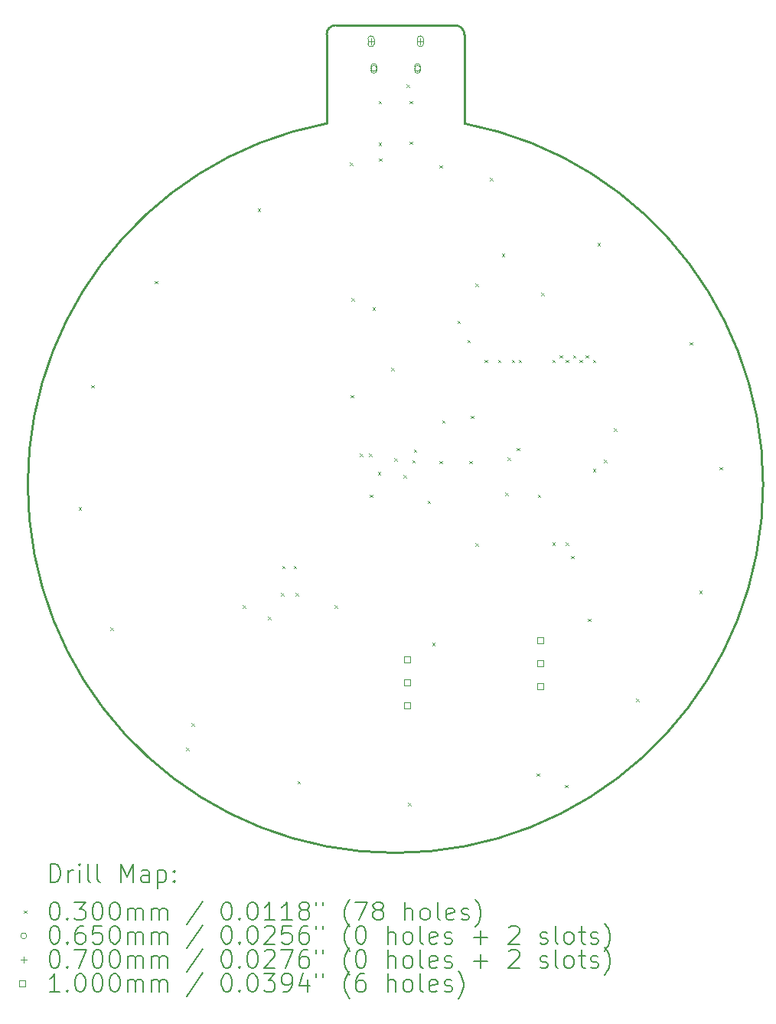
<source format=gbr>
%TF.GenerationSoftware,KiCad,Pcbnew,8.0.6*%
%TF.CreationDate,2024-11-26T17:38:30-05:00*%
%TF.ProjectId,Christmas Ornament 2024,43687269-7374-46d6-9173-204f726e616d,rev?*%
%TF.SameCoordinates,Original*%
%TF.FileFunction,Drillmap*%
%TF.FilePolarity,Positive*%
%FSLAX45Y45*%
G04 Gerber Fmt 4.5, Leading zero omitted, Abs format (unit mm)*
G04 Created by KiCad (PCBNEW 8.0.6) date 2024-11-26 17:38:30*
%MOMM*%
%LPD*%
G01*
G04 APERTURE LIST*
%ADD10C,0.254000*%
%ADD11C,0.200000*%
%ADD12C,0.100000*%
G04 APERTURE END LIST*
D10*
X13462129Y-5179871D02*
X13463405Y-6164848D01*
X13362129Y-5080000D02*
G75*
G02*
X13462130Y-5179871I1J-100000D01*
G01*
X11938000Y-5180000D02*
G75*
G02*
X12038000Y-5080000I100000J0D01*
G01*
X11938000Y-6164580D02*
X11938000Y-5180000D01*
X13463405Y-6164848D02*
G75*
G02*
X11938000Y-6164580I-763405J-3995152D01*
G01*
X12038000Y-5080000D02*
X13362129Y-5080000D01*
D11*
D12*
X9195000Y-10405000D02*
X9225000Y-10435000D01*
X9225000Y-10405000D02*
X9195000Y-10435000D01*
X9335000Y-9055000D02*
X9365000Y-9085000D01*
X9365000Y-9055000D02*
X9335000Y-9085000D01*
X9545000Y-11735000D02*
X9575000Y-11765000D01*
X9575000Y-11735000D02*
X9545000Y-11765000D01*
X10035000Y-7905000D02*
X10065000Y-7935000D01*
X10065000Y-7905000D02*
X10035000Y-7935000D01*
X10385000Y-13065000D02*
X10415000Y-13095000D01*
X10415000Y-13065000D02*
X10385000Y-13095000D01*
X10445000Y-12795000D02*
X10475000Y-12825000D01*
X10475000Y-12795000D02*
X10445000Y-12825000D01*
X11008600Y-11491200D02*
X11038600Y-11521200D01*
X11038600Y-11491200D02*
X11008600Y-11521200D01*
X11175000Y-7105000D02*
X11205000Y-7135000D01*
X11205000Y-7105000D02*
X11175000Y-7135000D01*
X11288000Y-11618200D02*
X11318000Y-11648200D01*
X11318000Y-11618200D02*
X11288000Y-11648200D01*
X11435000Y-11355000D02*
X11465000Y-11385000D01*
X11465000Y-11355000D02*
X11435000Y-11385000D01*
X11445000Y-11055000D02*
X11475000Y-11085000D01*
X11475000Y-11055000D02*
X11445000Y-11085000D01*
X11575000Y-11055000D02*
X11605000Y-11085000D01*
X11605000Y-11055000D02*
X11575000Y-11085000D01*
X11595000Y-11355000D02*
X11625000Y-11385000D01*
X11625000Y-11355000D02*
X11595000Y-11385000D01*
X11615000Y-13435000D02*
X11645000Y-13465000D01*
X11645000Y-13435000D02*
X11615000Y-13465000D01*
X12024600Y-11491200D02*
X12054600Y-11521200D01*
X12054600Y-11491200D02*
X12024600Y-11521200D01*
X12195000Y-6595000D02*
X12225000Y-6625000D01*
X12225000Y-6595000D02*
X12195000Y-6625000D01*
X12205000Y-9165000D02*
X12235000Y-9195000D01*
X12235000Y-9165000D02*
X12205000Y-9195000D01*
X12215000Y-8095000D02*
X12245000Y-8125000D01*
X12245000Y-8095000D02*
X12215000Y-8125000D01*
X12305000Y-9815000D02*
X12335000Y-9845000D01*
X12335000Y-9815000D02*
X12305000Y-9845000D01*
X12405600Y-9814800D02*
X12435600Y-9844800D01*
X12435600Y-9814800D02*
X12405600Y-9844800D01*
X12415000Y-10265000D02*
X12445000Y-10295000D01*
X12445000Y-10265000D02*
X12415000Y-10295000D01*
X12445000Y-8195000D02*
X12475000Y-8225000D01*
X12475000Y-8195000D02*
X12445000Y-8225000D01*
X12505000Y-10015000D02*
X12535000Y-10045000D01*
X12535000Y-10015000D02*
X12505000Y-10045000D01*
X12515000Y-5915000D02*
X12545000Y-5945000D01*
X12545000Y-5915000D02*
X12515000Y-5945000D01*
X12515000Y-6375000D02*
X12545000Y-6405000D01*
X12545000Y-6375000D02*
X12515000Y-6405000D01*
X12520000Y-6550000D02*
X12550000Y-6580000D01*
X12550000Y-6550000D02*
X12520000Y-6580000D01*
X12655000Y-8865000D02*
X12685000Y-8895000D01*
X12685000Y-8865000D02*
X12655000Y-8895000D01*
X12685000Y-9865600D02*
X12715000Y-9895600D01*
X12715000Y-9865600D02*
X12685000Y-9895600D01*
X12788655Y-10051345D02*
X12818655Y-10081345D01*
X12818655Y-10051345D02*
X12788655Y-10081345D01*
X12825000Y-5735000D02*
X12855000Y-5765000D01*
X12855000Y-5735000D02*
X12825000Y-5765000D01*
X12840000Y-13675000D02*
X12870000Y-13705000D01*
X12870000Y-13675000D02*
X12840000Y-13705000D01*
X12855000Y-5915000D02*
X12885000Y-5945000D01*
X12885000Y-5915000D02*
X12855000Y-5945000D01*
X12855000Y-6365000D02*
X12885000Y-6395000D01*
X12885000Y-6365000D02*
X12855000Y-6395000D01*
X12885000Y-9887500D02*
X12915000Y-9917500D01*
X12915000Y-9887500D02*
X12885000Y-9917500D01*
X12903640Y-9767500D02*
X12933640Y-9797500D01*
X12933640Y-9767500D02*
X12903640Y-9797500D01*
X13055000Y-10335000D02*
X13085000Y-10365000D01*
X13085000Y-10335000D02*
X13055000Y-10365000D01*
X13105000Y-11905000D02*
X13135000Y-11935000D01*
X13135000Y-11905000D02*
X13105000Y-11935000D01*
X13185000Y-6625000D02*
X13215000Y-6655000D01*
X13215000Y-6625000D02*
X13185000Y-6655000D01*
X13185000Y-9895000D02*
X13215000Y-9925000D01*
X13215000Y-9895000D02*
X13185000Y-9925000D01*
X13215000Y-9445000D02*
X13245000Y-9475000D01*
X13245000Y-9445000D02*
X13215000Y-9475000D01*
X13385000Y-8345000D02*
X13415000Y-8375000D01*
X13415000Y-8345000D02*
X13385000Y-8375000D01*
X13495000Y-8555000D02*
X13525000Y-8585000D01*
X13525000Y-8555000D02*
X13495000Y-8585000D01*
X13515000Y-9895000D02*
X13545000Y-9925000D01*
X13545000Y-9895000D02*
X13515000Y-9925000D01*
X13535000Y-9395000D02*
X13565000Y-9425000D01*
X13565000Y-9395000D02*
X13535000Y-9425000D01*
X13585000Y-7935000D02*
X13615000Y-7965000D01*
X13615000Y-7935000D02*
X13585000Y-7965000D01*
X13585000Y-10805000D02*
X13615000Y-10835000D01*
X13615000Y-10805000D02*
X13585000Y-10835000D01*
X13685000Y-8775000D02*
X13715000Y-8805000D01*
X13715000Y-8775000D02*
X13685000Y-8805000D01*
X13745000Y-6765000D02*
X13775000Y-6795000D01*
X13775000Y-6765000D02*
X13745000Y-6795000D01*
X13835000Y-8775000D02*
X13865000Y-8805000D01*
X13865000Y-8775000D02*
X13835000Y-8805000D01*
X13875000Y-7605000D02*
X13905000Y-7635000D01*
X13905000Y-7605000D02*
X13875000Y-7635000D01*
X13915000Y-10245000D02*
X13945000Y-10275000D01*
X13945000Y-10245000D02*
X13915000Y-10275000D01*
X13941250Y-9855000D02*
X13971250Y-9885000D01*
X13971250Y-9855000D02*
X13941250Y-9885000D01*
X13985000Y-8775000D02*
X14015000Y-8805000D01*
X14015000Y-8775000D02*
X13985000Y-8805000D01*
X14041250Y-9751750D02*
X14071250Y-9781750D01*
X14071250Y-9751750D02*
X14041250Y-9781750D01*
X14065000Y-8775000D02*
X14095000Y-8805000D01*
X14095000Y-8775000D02*
X14065000Y-8805000D01*
X14260000Y-13350000D02*
X14290000Y-13380000D01*
X14290000Y-13350000D02*
X14260000Y-13380000D01*
X14275000Y-10265000D02*
X14305000Y-10295000D01*
X14305000Y-10265000D02*
X14275000Y-10295000D01*
X14315000Y-8035000D02*
X14345000Y-8065000D01*
X14345000Y-8035000D02*
X14315000Y-8065000D01*
X14435000Y-8775000D02*
X14465000Y-8805000D01*
X14465000Y-8775000D02*
X14435000Y-8805000D01*
X14435000Y-10795000D02*
X14465000Y-10825000D01*
X14465000Y-10795000D02*
X14435000Y-10825000D01*
X14515000Y-8725000D02*
X14545000Y-8755000D01*
X14545000Y-8725000D02*
X14515000Y-8755000D01*
X14575000Y-13475000D02*
X14605000Y-13505000D01*
X14605000Y-13475000D02*
X14575000Y-13505000D01*
X14585000Y-8775000D02*
X14615000Y-8805000D01*
X14615000Y-8775000D02*
X14585000Y-8805000D01*
X14585000Y-10795000D02*
X14615000Y-10825000D01*
X14615000Y-10795000D02*
X14585000Y-10825000D01*
X14645000Y-10945000D02*
X14675000Y-10975000D01*
X14675000Y-10945000D02*
X14645000Y-10975000D01*
X14665000Y-8725000D02*
X14695000Y-8755000D01*
X14695000Y-8725000D02*
X14665000Y-8755000D01*
X14735000Y-8775000D02*
X14765000Y-8805000D01*
X14765000Y-8775000D02*
X14735000Y-8805000D01*
X14805000Y-8725000D02*
X14835000Y-8755000D01*
X14835000Y-8725000D02*
X14805000Y-8755000D01*
X14830000Y-11640000D02*
X14860000Y-11670000D01*
X14860000Y-11640000D02*
X14830000Y-11670000D01*
X14885000Y-8775000D02*
X14915000Y-8805000D01*
X14915000Y-8775000D02*
X14885000Y-8805000D01*
X14885000Y-9985000D02*
X14915000Y-10015000D01*
X14915000Y-9985000D02*
X14885000Y-10015000D01*
X14935000Y-7485000D02*
X14965000Y-7515000D01*
X14965000Y-7485000D02*
X14935000Y-7515000D01*
X15005000Y-9883250D02*
X15035000Y-9913250D01*
X15035000Y-9883250D02*
X15005000Y-9913250D01*
X15115000Y-9535000D02*
X15145000Y-9565000D01*
X15145000Y-9535000D02*
X15115000Y-9565000D01*
X15365000Y-12525000D02*
X15395000Y-12555000D01*
X15395000Y-12525000D02*
X15365000Y-12555000D01*
X15955000Y-8580000D02*
X15985000Y-8610000D01*
X15985000Y-8580000D02*
X15955000Y-8610000D01*
X16060000Y-11330000D02*
X16090000Y-11360000D01*
X16090000Y-11330000D02*
X16060000Y-11360000D01*
X16285000Y-9960000D02*
X16315000Y-9990000D01*
X16315000Y-9960000D02*
X16285000Y-9990000D01*
X12493000Y-5556000D02*
G75*
G02*
X12428000Y-5556000I-32500J0D01*
G01*
X12428000Y-5556000D02*
G75*
G02*
X12493000Y-5556000I32500J0D01*
G01*
X12428000Y-5536000D02*
X12428000Y-5576000D01*
X12493000Y-5576000D02*
G75*
G02*
X12428000Y-5576000I-32500J0D01*
G01*
X12493000Y-5576000D02*
X12493000Y-5536000D01*
X12493000Y-5536000D02*
G75*
G03*
X12428000Y-5536000I-32500J0D01*
G01*
X12977000Y-5556000D02*
G75*
G02*
X12912000Y-5556000I-32500J0D01*
G01*
X12912000Y-5556000D02*
G75*
G02*
X12977000Y-5556000I32500J0D01*
G01*
X12912000Y-5536000D02*
X12912000Y-5576000D01*
X12977000Y-5576000D02*
G75*
G02*
X12912000Y-5576000I-32500J0D01*
G01*
X12977000Y-5576000D02*
X12977000Y-5536000D01*
X12977000Y-5536000D02*
G75*
G03*
X12912000Y-5536000I-32500J0D01*
G01*
X12429500Y-5221000D02*
X12429500Y-5291000D01*
X12394500Y-5256000D02*
X12464500Y-5256000D01*
X12394500Y-5231000D02*
X12394500Y-5281000D01*
X12464500Y-5281000D02*
G75*
G02*
X12394500Y-5281000I-35000J0D01*
G01*
X12464500Y-5281000D02*
X12464500Y-5231000D01*
X12464500Y-5231000D02*
G75*
G03*
X12394500Y-5231000I-35000J0D01*
G01*
X12975500Y-5221000D02*
X12975500Y-5291000D01*
X12940500Y-5256000D02*
X13010500Y-5256000D01*
X12940500Y-5231000D02*
X12940500Y-5281000D01*
X13010500Y-5281000D02*
G75*
G02*
X12940500Y-5281000I-35000J0D01*
G01*
X13010500Y-5281000D02*
X13010500Y-5231000D01*
X13010500Y-5231000D02*
G75*
G03*
X12940500Y-5231000I-35000J0D01*
G01*
X12862356Y-12125756D02*
X12862356Y-12055044D01*
X12791644Y-12055044D01*
X12791644Y-12125756D01*
X12862356Y-12125756D01*
X12862356Y-12379756D02*
X12862356Y-12309044D01*
X12791644Y-12309044D01*
X12791644Y-12379756D01*
X12862356Y-12379756D01*
X12862356Y-12633756D02*
X12862356Y-12563044D01*
X12791644Y-12563044D01*
X12791644Y-12633756D01*
X12862356Y-12633756D01*
X14337356Y-11911356D02*
X14337356Y-11840644D01*
X14266644Y-11840644D01*
X14266644Y-11911356D01*
X14337356Y-11911356D01*
X14337356Y-12165356D02*
X14337356Y-12094644D01*
X14266644Y-12094644D01*
X14266644Y-12165356D01*
X14337356Y-12165356D01*
X14337356Y-12419356D02*
X14337356Y-12348644D01*
X14266644Y-12348644D01*
X14266644Y-12419356D01*
X14337356Y-12419356D01*
D11*
X8880642Y-14551618D02*
X8880642Y-14351618D01*
X8880642Y-14351618D02*
X8928261Y-14351618D01*
X8928261Y-14351618D02*
X8956833Y-14361142D01*
X8956833Y-14361142D02*
X8975880Y-14380190D01*
X8975880Y-14380190D02*
X8985404Y-14399237D01*
X8985404Y-14399237D02*
X8994928Y-14437332D01*
X8994928Y-14437332D02*
X8994928Y-14465904D01*
X8994928Y-14465904D02*
X8985404Y-14503999D01*
X8985404Y-14503999D02*
X8975880Y-14523047D01*
X8975880Y-14523047D02*
X8956833Y-14542094D01*
X8956833Y-14542094D02*
X8928261Y-14551618D01*
X8928261Y-14551618D02*
X8880642Y-14551618D01*
X9080642Y-14551618D02*
X9080642Y-14418285D01*
X9080642Y-14456380D02*
X9090166Y-14437332D01*
X9090166Y-14437332D02*
X9099690Y-14427809D01*
X9099690Y-14427809D02*
X9118737Y-14418285D01*
X9118737Y-14418285D02*
X9137785Y-14418285D01*
X9204452Y-14551618D02*
X9204452Y-14418285D01*
X9204452Y-14351618D02*
X9194928Y-14361142D01*
X9194928Y-14361142D02*
X9204452Y-14370666D01*
X9204452Y-14370666D02*
X9213976Y-14361142D01*
X9213976Y-14361142D02*
X9204452Y-14351618D01*
X9204452Y-14351618D02*
X9204452Y-14370666D01*
X9328261Y-14551618D02*
X9309214Y-14542094D01*
X9309214Y-14542094D02*
X9299690Y-14523047D01*
X9299690Y-14523047D02*
X9299690Y-14351618D01*
X9433023Y-14551618D02*
X9413976Y-14542094D01*
X9413976Y-14542094D02*
X9404452Y-14523047D01*
X9404452Y-14523047D02*
X9404452Y-14351618D01*
X9661595Y-14551618D02*
X9661595Y-14351618D01*
X9661595Y-14351618D02*
X9728261Y-14494475D01*
X9728261Y-14494475D02*
X9794928Y-14351618D01*
X9794928Y-14351618D02*
X9794928Y-14551618D01*
X9975880Y-14551618D02*
X9975880Y-14446856D01*
X9975880Y-14446856D02*
X9966357Y-14427809D01*
X9966357Y-14427809D02*
X9947309Y-14418285D01*
X9947309Y-14418285D02*
X9909214Y-14418285D01*
X9909214Y-14418285D02*
X9890166Y-14427809D01*
X9975880Y-14542094D02*
X9956833Y-14551618D01*
X9956833Y-14551618D02*
X9909214Y-14551618D01*
X9909214Y-14551618D02*
X9890166Y-14542094D01*
X9890166Y-14542094D02*
X9880642Y-14523047D01*
X9880642Y-14523047D02*
X9880642Y-14503999D01*
X9880642Y-14503999D02*
X9890166Y-14484951D01*
X9890166Y-14484951D02*
X9909214Y-14475428D01*
X9909214Y-14475428D02*
X9956833Y-14475428D01*
X9956833Y-14475428D02*
X9975880Y-14465904D01*
X10071118Y-14418285D02*
X10071118Y-14618285D01*
X10071118Y-14427809D02*
X10090166Y-14418285D01*
X10090166Y-14418285D02*
X10128261Y-14418285D01*
X10128261Y-14418285D02*
X10147309Y-14427809D01*
X10147309Y-14427809D02*
X10156833Y-14437332D01*
X10156833Y-14437332D02*
X10166357Y-14456380D01*
X10166357Y-14456380D02*
X10166357Y-14513523D01*
X10166357Y-14513523D02*
X10156833Y-14532570D01*
X10156833Y-14532570D02*
X10147309Y-14542094D01*
X10147309Y-14542094D02*
X10128261Y-14551618D01*
X10128261Y-14551618D02*
X10090166Y-14551618D01*
X10090166Y-14551618D02*
X10071118Y-14542094D01*
X10252071Y-14532570D02*
X10261595Y-14542094D01*
X10261595Y-14542094D02*
X10252071Y-14551618D01*
X10252071Y-14551618D02*
X10242547Y-14542094D01*
X10242547Y-14542094D02*
X10252071Y-14532570D01*
X10252071Y-14532570D02*
X10252071Y-14551618D01*
X10252071Y-14427809D02*
X10261595Y-14437332D01*
X10261595Y-14437332D02*
X10252071Y-14446856D01*
X10252071Y-14446856D02*
X10242547Y-14437332D01*
X10242547Y-14437332D02*
X10252071Y-14427809D01*
X10252071Y-14427809D02*
X10252071Y-14446856D01*
D12*
X8589865Y-14865134D02*
X8619865Y-14895134D01*
X8619865Y-14865134D02*
X8589865Y-14895134D01*
D11*
X8918737Y-14771618D02*
X8937785Y-14771618D01*
X8937785Y-14771618D02*
X8956833Y-14781142D01*
X8956833Y-14781142D02*
X8966357Y-14790666D01*
X8966357Y-14790666D02*
X8975880Y-14809713D01*
X8975880Y-14809713D02*
X8985404Y-14847809D01*
X8985404Y-14847809D02*
X8985404Y-14895428D01*
X8985404Y-14895428D02*
X8975880Y-14933523D01*
X8975880Y-14933523D02*
X8966357Y-14952570D01*
X8966357Y-14952570D02*
X8956833Y-14962094D01*
X8956833Y-14962094D02*
X8937785Y-14971618D01*
X8937785Y-14971618D02*
X8918737Y-14971618D01*
X8918737Y-14971618D02*
X8899690Y-14962094D01*
X8899690Y-14962094D02*
X8890166Y-14952570D01*
X8890166Y-14952570D02*
X8880642Y-14933523D01*
X8880642Y-14933523D02*
X8871118Y-14895428D01*
X8871118Y-14895428D02*
X8871118Y-14847809D01*
X8871118Y-14847809D02*
X8880642Y-14809713D01*
X8880642Y-14809713D02*
X8890166Y-14790666D01*
X8890166Y-14790666D02*
X8899690Y-14781142D01*
X8899690Y-14781142D02*
X8918737Y-14771618D01*
X9071118Y-14952570D02*
X9080642Y-14962094D01*
X9080642Y-14962094D02*
X9071118Y-14971618D01*
X9071118Y-14971618D02*
X9061595Y-14962094D01*
X9061595Y-14962094D02*
X9071118Y-14952570D01*
X9071118Y-14952570D02*
X9071118Y-14971618D01*
X9147309Y-14771618D02*
X9271118Y-14771618D01*
X9271118Y-14771618D02*
X9204452Y-14847809D01*
X9204452Y-14847809D02*
X9233023Y-14847809D01*
X9233023Y-14847809D02*
X9252071Y-14857332D01*
X9252071Y-14857332D02*
X9261595Y-14866856D01*
X9261595Y-14866856D02*
X9271118Y-14885904D01*
X9271118Y-14885904D02*
X9271118Y-14933523D01*
X9271118Y-14933523D02*
X9261595Y-14952570D01*
X9261595Y-14952570D02*
X9252071Y-14962094D01*
X9252071Y-14962094D02*
X9233023Y-14971618D01*
X9233023Y-14971618D02*
X9175880Y-14971618D01*
X9175880Y-14971618D02*
X9156833Y-14962094D01*
X9156833Y-14962094D02*
X9147309Y-14952570D01*
X9394928Y-14771618D02*
X9413976Y-14771618D01*
X9413976Y-14771618D02*
X9433023Y-14781142D01*
X9433023Y-14781142D02*
X9442547Y-14790666D01*
X9442547Y-14790666D02*
X9452071Y-14809713D01*
X9452071Y-14809713D02*
X9461595Y-14847809D01*
X9461595Y-14847809D02*
X9461595Y-14895428D01*
X9461595Y-14895428D02*
X9452071Y-14933523D01*
X9452071Y-14933523D02*
X9442547Y-14952570D01*
X9442547Y-14952570D02*
X9433023Y-14962094D01*
X9433023Y-14962094D02*
X9413976Y-14971618D01*
X9413976Y-14971618D02*
X9394928Y-14971618D01*
X9394928Y-14971618D02*
X9375880Y-14962094D01*
X9375880Y-14962094D02*
X9366357Y-14952570D01*
X9366357Y-14952570D02*
X9356833Y-14933523D01*
X9356833Y-14933523D02*
X9347309Y-14895428D01*
X9347309Y-14895428D02*
X9347309Y-14847809D01*
X9347309Y-14847809D02*
X9356833Y-14809713D01*
X9356833Y-14809713D02*
X9366357Y-14790666D01*
X9366357Y-14790666D02*
X9375880Y-14781142D01*
X9375880Y-14781142D02*
X9394928Y-14771618D01*
X9585404Y-14771618D02*
X9604452Y-14771618D01*
X9604452Y-14771618D02*
X9623499Y-14781142D01*
X9623499Y-14781142D02*
X9633023Y-14790666D01*
X9633023Y-14790666D02*
X9642547Y-14809713D01*
X9642547Y-14809713D02*
X9652071Y-14847809D01*
X9652071Y-14847809D02*
X9652071Y-14895428D01*
X9652071Y-14895428D02*
X9642547Y-14933523D01*
X9642547Y-14933523D02*
X9633023Y-14952570D01*
X9633023Y-14952570D02*
X9623499Y-14962094D01*
X9623499Y-14962094D02*
X9604452Y-14971618D01*
X9604452Y-14971618D02*
X9585404Y-14971618D01*
X9585404Y-14971618D02*
X9566357Y-14962094D01*
X9566357Y-14962094D02*
X9556833Y-14952570D01*
X9556833Y-14952570D02*
X9547309Y-14933523D01*
X9547309Y-14933523D02*
X9537785Y-14895428D01*
X9537785Y-14895428D02*
X9537785Y-14847809D01*
X9537785Y-14847809D02*
X9547309Y-14809713D01*
X9547309Y-14809713D02*
X9556833Y-14790666D01*
X9556833Y-14790666D02*
X9566357Y-14781142D01*
X9566357Y-14781142D02*
X9585404Y-14771618D01*
X9737785Y-14971618D02*
X9737785Y-14838285D01*
X9737785Y-14857332D02*
X9747309Y-14847809D01*
X9747309Y-14847809D02*
X9766357Y-14838285D01*
X9766357Y-14838285D02*
X9794928Y-14838285D01*
X9794928Y-14838285D02*
X9813976Y-14847809D01*
X9813976Y-14847809D02*
X9823499Y-14866856D01*
X9823499Y-14866856D02*
X9823499Y-14971618D01*
X9823499Y-14866856D02*
X9833023Y-14847809D01*
X9833023Y-14847809D02*
X9852071Y-14838285D01*
X9852071Y-14838285D02*
X9880642Y-14838285D01*
X9880642Y-14838285D02*
X9899690Y-14847809D01*
X9899690Y-14847809D02*
X9909214Y-14866856D01*
X9909214Y-14866856D02*
X9909214Y-14971618D01*
X10004452Y-14971618D02*
X10004452Y-14838285D01*
X10004452Y-14857332D02*
X10013976Y-14847809D01*
X10013976Y-14847809D02*
X10033023Y-14838285D01*
X10033023Y-14838285D02*
X10061595Y-14838285D01*
X10061595Y-14838285D02*
X10080642Y-14847809D01*
X10080642Y-14847809D02*
X10090166Y-14866856D01*
X10090166Y-14866856D02*
X10090166Y-14971618D01*
X10090166Y-14866856D02*
X10099690Y-14847809D01*
X10099690Y-14847809D02*
X10118738Y-14838285D01*
X10118738Y-14838285D02*
X10147309Y-14838285D01*
X10147309Y-14838285D02*
X10166357Y-14847809D01*
X10166357Y-14847809D02*
X10175880Y-14866856D01*
X10175880Y-14866856D02*
X10175880Y-14971618D01*
X10566357Y-14762094D02*
X10394928Y-15019237D01*
X10823500Y-14771618D02*
X10842547Y-14771618D01*
X10842547Y-14771618D02*
X10861595Y-14781142D01*
X10861595Y-14781142D02*
X10871119Y-14790666D01*
X10871119Y-14790666D02*
X10880642Y-14809713D01*
X10880642Y-14809713D02*
X10890166Y-14847809D01*
X10890166Y-14847809D02*
X10890166Y-14895428D01*
X10890166Y-14895428D02*
X10880642Y-14933523D01*
X10880642Y-14933523D02*
X10871119Y-14952570D01*
X10871119Y-14952570D02*
X10861595Y-14962094D01*
X10861595Y-14962094D02*
X10842547Y-14971618D01*
X10842547Y-14971618D02*
X10823500Y-14971618D01*
X10823500Y-14971618D02*
X10804452Y-14962094D01*
X10804452Y-14962094D02*
X10794928Y-14952570D01*
X10794928Y-14952570D02*
X10785404Y-14933523D01*
X10785404Y-14933523D02*
X10775881Y-14895428D01*
X10775881Y-14895428D02*
X10775881Y-14847809D01*
X10775881Y-14847809D02*
X10785404Y-14809713D01*
X10785404Y-14809713D02*
X10794928Y-14790666D01*
X10794928Y-14790666D02*
X10804452Y-14781142D01*
X10804452Y-14781142D02*
X10823500Y-14771618D01*
X10975881Y-14952570D02*
X10985404Y-14962094D01*
X10985404Y-14962094D02*
X10975881Y-14971618D01*
X10975881Y-14971618D02*
X10966357Y-14962094D01*
X10966357Y-14962094D02*
X10975881Y-14952570D01*
X10975881Y-14952570D02*
X10975881Y-14971618D01*
X11109214Y-14771618D02*
X11128262Y-14771618D01*
X11128262Y-14771618D02*
X11147309Y-14781142D01*
X11147309Y-14781142D02*
X11156833Y-14790666D01*
X11156833Y-14790666D02*
X11166357Y-14809713D01*
X11166357Y-14809713D02*
X11175881Y-14847809D01*
X11175881Y-14847809D02*
X11175881Y-14895428D01*
X11175881Y-14895428D02*
X11166357Y-14933523D01*
X11166357Y-14933523D02*
X11156833Y-14952570D01*
X11156833Y-14952570D02*
X11147309Y-14962094D01*
X11147309Y-14962094D02*
X11128262Y-14971618D01*
X11128262Y-14971618D02*
X11109214Y-14971618D01*
X11109214Y-14971618D02*
X11090166Y-14962094D01*
X11090166Y-14962094D02*
X11080642Y-14952570D01*
X11080642Y-14952570D02*
X11071119Y-14933523D01*
X11071119Y-14933523D02*
X11061595Y-14895428D01*
X11061595Y-14895428D02*
X11061595Y-14847809D01*
X11061595Y-14847809D02*
X11071119Y-14809713D01*
X11071119Y-14809713D02*
X11080642Y-14790666D01*
X11080642Y-14790666D02*
X11090166Y-14781142D01*
X11090166Y-14781142D02*
X11109214Y-14771618D01*
X11366357Y-14971618D02*
X11252071Y-14971618D01*
X11309214Y-14971618D02*
X11309214Y-14771618D01*
X11309214Y-14771618D02*
X11290166Y-14800190D01*
X11290166Y-14800190D02*
X11271119Y-14819237D01*
X11271119Y-14819237D02*
X11252071Y-14828761D01*
X11556833Y-14971618D02*
X11442547Y-14971618D01*
X11499690Y-14971618D02*
X11499690Y-14771618D01*
X11499690Y-14771618D02*
X11480642Y-14800190D01*
X11480642Y-14800190D02*
X11461595Y-14819237D01*
X11461595Y-14819237D02*
X11442547Y-14828761D01*
X11671119Y-14857332D02*
X11652071Y-14847809D01*
X11652071Y-14847809D02*
X11642547Y-14838285D01*
X11642547Y-14838285D02*
X11633023Y-14819237D01*
X11633023Y-14819237D02*
X11633023Y-14809713D01*
X11633023Y-14809713D02*
X11642547Y-14790666D01*
X11642547Y-14790666D02*
X11652071Y-14781142D01*
X11652071Y-14781142D02*
X11671119Y-14771618D01*
X11671119Y-14771618D02*
X11709214Y-14771618D01*
X11709214Y-14771618D02*
X11728261Y-14781142D01*
X11728261Y-14781142D02*
X11737785Y-14790666D01*
X11737785Y-14790666D02*
X11747309Y-14809713D01*
X11747309Y-14809713D02*
X11747309Y-14819237D01*
X11747309Y-14819237D02*
X11737785Y-14838285D01*
X11737785Y-14838285D02*
X11728261Y-14847809D01*
X11728261Y-14847809D02*
X11709214Y-14857332D01*
X11709214Y-14857332D02*
X11671119Y-14857332D01*
X11671119Y-14857332D02*
X11652071Y-14866856D01*
X11652071Y-14866856D02*
X11642547Y-14876380D01*
X11642547Y-14876380D02*
X11633023Y-14895428D01*
X11633023Y-14895428D02*
X11633023Y-14933523D01*
X11633023Y-14933523D02*
X11642547Y-14952570D01*
X11642547Y-14952570D02*
X11652071Y-14962094D01*
X11652071Y-14962094D02*
X11671119Y-14971618D01*
X11671119Y-14971618D02*
X11709214Y-14971618D01*
X11709214Y-14971618D02*
X11728261Y-14962094D01*
X11728261Y-14962094D02*
X11737785Y-14952570D01*
X11737785Y-14952570D02*
X11747309Y-14933523D01*
X11747309Y-14933523D02*
X11747309Y-14895428D01*
X11747309Y-14895428D02*
X11737785Y-14876380D01*
X11737785Y-14876380D02*
X11728261Y-14866856D01*
X11728261Y-14866856D02*
X11709214Y-14857332D01*
X11823500Y-14771618D02*
X11823500Y-14809713D01*
X11899690Y-14771618D02*
X11899690Y-14809713D01*
X12194928Y-15047809D02*
X12185404Y-15038285D01*
X12185404Y-15038285D02*
X12166357Y-15009713D01*
X12166357Y-15009713D02*
X12156833Y-14990666D01*
X12156833Y-14990666D02*
X12147309Y-14962094D01*
X12147309Y-14962094D02*
X12137785Y-14914475D01*
X12137785Y-14914475D02*
X12137785Y-14876380D01*
X12137785Y-14876380D02*
X12147309Y-14828761D01*
X12147309Y-14828761D02*
X12156833Y-14800190D01*
X12156833Y-14800190D02*
X12166357Y-14781142D01*
X12166357Y-14781142D02*
X12185404Y-14752570D01*
X12185404Y-14752570D02*
X12194928Y-14743047D01*
X12252071Y-14771618D02*
X12385404Y-14771618D01*
X12385404Y-14771618D02*
X12299690Y-14971618D01*
X12490166Y-14857332D02*
X12471119Y-14847809D01*
X12471119Y-14847809D02*
X12461595Y-14838285D01*
X12461595Y-14838285D02*
X12452071Y-14819237D01*
X12452071Y-14819237D02*
X12452071Y-14809713D01*
X12452071Y-14809713D02*
X12461595Y-14790666D01*
X12461595Y-14790666D02*
X12471119Y-14781142D01*
X12471119Y-14781142D02*
X12490166Y-14771618D01*
X12490166Y-14771618D02*
X12528262Y-14771618D01*
X12528262Y-14771618D02*
X12547309Y-14781142D01*
X12547309Y-14781142D02*
X12556833Y-14790666D01*
X12556833Y-14790666D02*
X12566357Y-14809713D01*
X12566357Y-14809713D02*
X12566357Y-14819237D01*
X12566357Y-14819237D02*
X12556833Y-14838285D01*
X12556833Y-14838285D02*
X12547309Y-14847809D01*
X12547309Y-14847809D02*
X12528262Y-14857332D01*
X12528262Y-14857332D02*
X12490166Y-14857332D01*
X12490166Y-14857332D02*
X12471119Y-14866856D01*
X12471119Y-14866856D02*
X12461595Y-14876380D01*
X12461595Y-14876380D02*
X12452071Y-14895428D01*
X12452071Y-14895428D02*
X12452071Y-14933523D01*
X12452071Y-14933523D02*
X12461595Y-14952570D01*
X12461595Y-14952570D02*
X12471119Y-14962094D01*
X12471119Y-14962094D02*
X12490166Y-14971618D01*
X12490166Y-14971618D02*
X12528262Y-14971618D01*
X12528262Y-14971618D02*
X12547309Y-14962094D01*
X12547309Y-14962094D02*
X12556833Y-14952570D01*
X12556833Y-14952570D02*
X12566357Y-14933523D01*
X12566357Y-14933523D02*
X12566357Y-14895428D01*
X12566357Y-14895428D02*
X12556833Y-14876380D01*
X12556833Y-14876380D02*
X12547309Y-14866856D01*
X12547309Y-14866856D02*
X12528262Y-14857332D01*
X12804452Y-14971618D02*
X12804452Y-14771618D01*
X12890166Y-14971618D02*
X12890166Y-14866856D01*
X12890166Y-14866856D02*
X12880643Y-14847809D01*
X12880643Y-14847809D02*
X12861595Y-14838285D01*
X12861595Y-14838285D02*
X12833023Y-14838285D01*
X12833023Y-14838285D02*
X12813976Y-14847809D01*
X12813976Y-14847809D02*
X12804452Y-14857332D01*
X13013976Y-14971618D02*
X12994928Y-14962094D01*
X12994928Y-14962094D02*
X12985404Y-14952570D01*
X12985404Y-14952570D02*
X12975881Y-14933523D01*
X12975881Y-14933523D02*
X12975881Y-14876380D01*
X12975881Y-14876380D02*
X12985404Y-14857332D01*
X12985404Y-14857332D02*
X12994928Y-14847809D01*
X12994928Y-14847809D02*
X13013976Y-14838285D01*
X13013976Y-14838285D02*
X13042547Y-14838285D01*
X13042547Y-14838285D02*
X13061595Y-14847809D01*
X13061595Y-14847809D02*
X13071119Y-14857332D01*
X13071119Y-14857332D02*
X13080643Y-14876380D01*
X13080643Y-14876380D02*
X13080643Y-14933523D01*
X13080643Y-14933523D02*
X13071119Y-14952570D01*
X13071119Y-14952570D02*
X13061595Y-14962094D01*
X13061595Y-14962094D02*
X13042547Y-14971618D01*
X13042547Y-14971618D02*
X13013976Y-14971618D01*
X13194928Y-14971618D02*
X13175881Y-14962094D01*
X13175881Y-14962094D02*
X13166357Y-14943047D01*
X13166357Y-14943047D02*
X13166357Y-14771618D01*
X13347309Y-14962094D02*
X13328262Y-14971618D01*
X13328262Y-14971618D02*
X13290166Y-14971618D01*
X13290166Y-14971618D02*
X13271119Y-14962094D01*
X13271119Y-14962094D02*
X13261595Y-14943047D01*
X13261595Y-14943047D02*
X13261595Y-14866856D01*
X13261595Y-14866856D02*
X13271119Y-14847809D01*
X13271119Y-14847809D02*
X13290166Y-14838285D01*
X13290166Y-14838285D02*
X13328262Y-14838285D01*
X13328262Y-14838285D02*
X13347309Y-14847809D01*
X13347309Y-14847809D02*
X13356833Y-14866856D01*
X13356833Y-14866856D02*
X13356833Y-14885904D01*
X13356833Y-14885904D02*
X13261595Y-14904951D01*
X13433024Y-14962094D02*
X13452071Y-14971618D01*
X13452071Y-14971618D02*
X13490166Y-14971618D01*
X13490166Y-14971618D02*
X13509214Y-14962094D01*
X13509214Y-14962094D02*
X13518738Y-14943047D01*
X13518738Y-14943047D02*
X13518738Y-14933523D01*
X13518738Y-14933523D02*
X13509214Y-14914475D01*
X13509214Y-14914475D02*
X13490166Y-14904951D01*
X13490166Y-14904951D02*
X13461595Y-14904951D01*
X13461595Y-14904951D02*
X13442547Y-14895428D01*
X13442547Y-14895428D02*
X13433024Y-14876380D01*
X13433024Y-14876380D02*
X13433024Y-14866856D01*
X13433024Y-14866856D02*
X13442547Y-14847809D01*
X13442547Y-14847809D02*
X13461595Y-14838285D01*
X13461595Y-14838285D02*
X13490166Y-14838285D01*
X13490166Y-14838285D02*
X13509214Y-14847809D01*
X13585405Y-15047809D02*
X13594928Y-15038285D01*
X13594928Y-15038285D02*
X13613976Y-15009713D01*
X13613976Y-15009713D02*
X13623500Y-14990666D01*
X13623500Y-14990666D02*
X13633024Y-14962094D01*
X13633024Y-14962094D02*
X13642547Y-14914475D01*
X13642547Y-14914475D02*
X13642547Y-14876380D01*
X13642547Y-14876380D02*
X13633024Y-14828761D01*
X13633024Y-14828761D02*
X13623500Y-14800190D01*
X13623500Y-14800190D02*
X13613976Y-14781142D01*
X13613976Y-14781142D02*
X13594928Y-14752570D01*
X13594928Y-14752570D02*
X13585405Y-14743047D01*
D12*
X8619865Y-15144134D02*
G75*
G02*
X8554865Y-15144134I-32500J0D01*
G01*
X8554865Y-15144134D02*
G75*
G02*
X8619865Y-15144134I32500J0D01*
G01*
D11*
X8918737Y-15035618D02*
X8937785Y-15035618D01*
X8937785Y-15035618D02*
X8956833Y-15045142D01*
X8956833Y-15045142D02*
X8966357Y-15054666D01*
X8966357Y-15054666D02*
X8975880Y-15073713D01*
X8975880Y-15073713D02*
X8985404Y-15111809D01*
X8985404Y-15111809D02*
X8985404Y-15159428D01*
X8985404Y-15159428D02*
X8975880Y-15197523D01*
X8975880Y-15197523D02*
X8966357Y-15216570D01*
X8966357Y-15216570D02*
X8956833Y-15226094D01*
X8956833Y-15226094D02*
X8937785Y-15235618D01*
X8937785Y-15235618D02*
X8918737Y-15235618D01*
X8918737Y-15235618D02*
X8899690Y-15226094D01*
X8899690Y-15226094D02*
X8890166Y-15216570D01*
X8890166Y-15216570D02*
X8880642Y-15197523D01*
X8880642Y-15197523D02*
X8871118Y-15159428D01*
X8871118Y-15159428D02*
X8871118Y-15111809D01*
X8871118Y-15111809D02*
X8880642Y-15073713D01*
X8880642Y-15073713D02*
X8890166Y-15054666D01*
X8890166Y-15054666D02*
X8899690Y-15045142D01*
X8899690Y-15045142D02*
X8918737Y-15035618D01*
X9071118Y-15216570D02*
X9080642Y-15226094D01*
X9080642Y-15226094D02*
X9071118Y-15235618D01*
X9071118Y-15235618D02*
X9061595Y-15226094D01*
X9061595Y-15226094D02*
X9071118Y-15216570D01*
X9071118Y-15216570D02*
X9071118Y-15235618D01*
X9252071Y-15035618D02*
X9213976Y-15035618D01*
X9213976Y-15035618D02*
X9194928Y-15045142D01*
X9194928Y-15045142D02*
X9185404Y-15054666D01*
X9185404Y-15054666D02*
X9166357Y-15083237D01*
X9166357Y-15083237D02*
X9156833Y-15121332D01*
X9156833Y-15121332D02*
X9156833Y-15197523D01*
X9156833Y-15197523D02*
X9166357Y-15216570D01*
X9166357Y-15216570D02*
X9175880Y-15226094D01*
X9175880Y-15226094D02*
X9194928Y-15235618D01*
X9194928Y-15235618D02*
X9233023Y-15235618D01*
X9233023Y-15235618D02*
X9252071Y-15226094D01*
X9252071Y-15226094D02*
X9261595Y-15216570D01*
X9261595Y-15216570D02*
X9271118Y-15197523D01*
X9271118Y-15197523D02*
X9271118Y-15149904D01*
X9271118Y-15149904D02*
X9261595Y-15130856D01*
X9261595Y-15130856D02*
X9252071Y-15121332D01*
X9252071Y-15121332D02*
X9233023Y-15111809D01*
X9233023Y-15111809D02*
X9194928Y-15111809D01*
X9194928Y-15111809D02*
X9175880Y-15121332D01*
X9175880Y-15121332D02*
X9166357Y-15130856D01*
X9166357Y-15130856D02*
X9156833Y-15149904D01*
X9452071Y-15035618D02*
X9356833Y-15035618D01*
X9356833Y-15035618D02*
X9347309Y-15130856D01*
X9347309Y-15130856D02*
X9356833Y-15121332D01*
X9356833Y-15121332D02*
X9375880Y-15111809D01*
X9375880Y-15111809D02*
X9423499Y-15111809D01*
X9423499Y-15111809D02*
X9442547Y-15121332D01*
X9442547Y-15121332D02*
X9452071Y-15130856D01*
X9452071Y-15130856D02*
X9461595Y-15149904D01*
X9461595Y-15149904D02*
X9461595Y-15197523D01*
X9461595Y-15197523D02*
X9452071Y-15216570D01*
X9452071Y-15216570D02*
X9442547Y-15226094D01*
X9442547Y-15226094D02*
X9423499Y-15235618D01*
X9423499Y-15235618D02*
X9375880Y-15235618D01*
X9375880Y-15235618D02*
X9356833Y-15226094D01*
X9356833Y-15226094D02*
X9347309Y-15216570D01*
X9585404Y-15035618D02*
X9604452Y-15035618D01*
X9604452Y-15035618D02*
X9623499Y-15045142D01*
X9623499Y-15045142D02*
X9633023Y-15054666D01*
X9633023Y-15054666D02*
X9642547Y-15073713D01*
X9642547Y-15073713D02*
X9652071Y-15111809D01*
X9652071Y-15111809D02*
X9652071Y-15159428D01*
X9652071Y-15159428D02*
X9642547Y-15197523D01*
X9642547Y-15197523D02*
X9633023Y-15216570D01*
X9633023Y-15216570D02*
X9623499Y-15226094D01*
X9623499Y-15226094D02*
X9604452Y-15235618D01*
X9604452Y-15235618D02*
X9585404Y-15235618D01*
X9585404Y-15235618D02*
X9566357Y-15226094D01*
X9566357Y-15226094D02*
X9556833Y-15216570D01*
X9556833Y-15216570D02*
X9547309Y-15197523D01*
X9547309Y-15197523D02*
X9537785Y-15159428D01*
X9537785Y-15159428D02*
X9537785Y-15111809D01*
X9537785Y-15111809D02*
X9547309Y-15073713D01*
X9547309Y-15073713D02*
X9556833Y-15054666D01*
X9556833Y-15054666D02*
X9566357Y-15045142D01*
X9566357Y-15045142D02*
X9585404Y-15035618D01*
X9737785Y-15235618D02*
X9737785Y-15102285D01*
X9737785Y-15121332D02*
X9747309Y-15111809D01*
X9747309Y-15111809D02*
X9766357Y-15102285D01*
X9766357Y-15102285D02*
X9794928Y-15102285D01*
X9794928Y-15102285D02*
X9813976Y-15111809D01*
X9813976Y-15111809D02*
X9823499Y-15130856D01*
X9823499Y-15130856D02*
X9823499Y-15235618D01*
X9823499Y-15130856D02*
X9833023Y-15111809D01*
X9833023Y-15111809D02*
X9852071Y-15102285D01*
X9852071Y-15102285D02*
X9880642Y-15102285D01*
X9880642Y-15102285D02*
X9899690Y-15111809D01*
X9899690Y-15111809D02*
X9909214Y-15130856D01*
X9909214Y-15130856D02*
X9909214Y-15235618D01*
X10004452Y-15235618D02*
X10004452Y-15102285D01*
X10004452Y-15121332D02*
X10013976Y-15111809D01*
X10013976Y-15111809D02*
X10033023Y-15102285D01*
X10033023Y-15102285D02*
X10061595Y-15102285D01*
X10061595Y-15102285D02*
X10080642Y-15111809D01*
X10080642Y-15111809D02*
X10090166Y-15130856D01*
X10090166Y-15130856D02*
X10090166Y-15235618D01*
X10090166Y-15130856D02*
X10099690Y-15111809D01*
X10099690Y-15111809D02*
X10118738Y-15102285D01*
X10118738Y-15102285D02*
X10147309Y-15102285D01*
X10147309Y-15102285D02*
X10166357Y-15111809D01*
X10166357Y-15111809D02*
X10175880Y-15130856D01*
X10175880Y-15130856D02*
X10175880Y-15235618D01*
X10566357Y-15026094D02*
X10394928Y-15283237D01*
X10823500Y-15035618D02*
X10842547Y-15035618D01*
X10842547Y-15035618D02*
X10861595Y-15045142D01*
X10861595Y-15045142D02*
X10871119Y-15054666D01*
X10871119Y-15054666D02*
X10880642Y-15073713D01*
X10880642Y-15073713D02*
X10890166Y-15111809D01*
X10890166Y-15111809D02*
X10890166Y-15159428D01*
X10890166Y-15159428D02*
X10880642Y-15197523D01*
X10880642Y-15197523D02*
X10871119Y-15216570D01*
X10871119Y-15216570D02*
X10861595Y-15226094D01*
X10861595Y-15226094D02*
X10842547Y-15235618D01*
X10842547Y-15235618D02*
X10823500Y-15235618D01*
X10823500Y-15235618D02*
X10804452Y-15226094D01*
X10804452Y-15226094D02*
X10794928Y-15216570D01*
X10794928Y-15216570D02*
X10785404Y-15197523D01*
X10785404Y-15197523D02*
X10775881Y-15159428D01*
X10775881Y-15159428D02*
X10775881Y-15111809D01*
X10775881Y-15111809D02*
X10785404Y-15073713D01*
X10785404Y-15073713D02*
X10794928Y-15054666D01*
X10794928Y-15054666D02*
X10804452Y-15045142D01*
X10804452Y-15045142D02*
X10823500Y-15035618D01*
X10975881Y-15216570D02*
X10985404Y-15226094D01*
X10985404Y-15226094D02*
X10975881Y-15235618D01*
X10975881Y-15235618D02*
X10966357Y-15226094D01*
X10966357Y-15226094D02*
X10975881Y-15216570D01*
X10975881Y-15216570D02*
X10975881Y-15235618D01*
X11109214Y-15035618D02*
X11128262Y-15035618D01*
X11128262Y-15035618D02*
X11147309Y-15045142D01*
X11147309Y-15045142D02*
X11156833Y-15054666D01*
X11156833Y-15054666D02*
X11166357Y-15073713D01*
X11166357Y-15073713D02*
X11175881Y-15111809D01*
X11175881Y-15111809D02*
X11175881Y-15159428D01*
X11175881Y-15159428D02*
X11166357Y-15197523D01*
X11166357Y-15197523D02*
X11156833Y-15216570D01*
X11156833Y-15216570D02*
X11147309Y-15226094D01*
X11147309Y-15226094D02*
X11128262Y-15235618D01*
X11128262Y-15235618D02*
X11109214Y-15235618D01*
X11109214Y-15235618D02*
X11090166Y-15226094D01*
X11090166Y-15226094D02*
X11080642Y-15216570D01*
X11080642Y-15216570D02*
X11071119Y-15197523D01*
X11071119Y-15197523D02*
X11061595Y-15159428D01*
X11061595Y-15159428D02*
X11061595Y-15111809D01*
X11061595Y-15111809D02*
X11071119Y-15073713D01*
X11071119Y-15073713D02*
X11080642Y-15054666D01*
X11080642Y-15054666D02*
X11090166Y-15045142D01*
X11090166Y-15045142D02*
X11109214Y-15035618D01*
X11252071Y-15054666D02*
X11261595Y-15045142D01*
X11261595Y-15045142D02*
X11280642Y-15035618D01*
X11280642Y-15035618D02*
X11328261Y-15035618D01*
X11328261Y-15035618D02*
X11347309Y-15045142D01*
X11347309Y-15045142D02*
X11356833Y-15054666D01*
X11356833Y-15054666D02*
X11366357Y-15073713D01*
X11366357Y-15073713D02*
X11366357Y-15092761D01*
X11366357Y-15092761D02*
X11356833Y-15121332D01*
X11356833Y-15121332D02*
X11242547Y-15235618D01*
X11242547Y-15235618D02*
X11366357Y-15235618D01*
X11547309Y-15035618D02*
X11452071Y-15035618D01*
X11452071Y-15035618D02*
X11442547Y-15130856D01*
X11442547Y-15130856D02*
X11452071Y-15121332D01*
X11452071Y-15121332D02*
X11471119Y-15111809D01*
X11471119Y-15111809D02*
X11518738Y-15111809D01*
X11518738Y-15111809D02*
X11537785Y-15121332D01*
X11537785Y-15121332D02*
X11547309Y-15130856D01*
X11547309Y-15130856D02*
X11556833Y-15149904D01*
X11556833Y-15149904D02*
X11556833Y-15197523D01*
X11556833Y-15197523D02*
X11547309Y-15216570D01*
X11547309Y-15216570D02*
X11537785Y-15226094D01*
X11537785Y-15226094D02*
X11518738Y-15235618D01*
X11518738Y-15235618D02*
X11471119Y-15235618D01*
X11471119Y-15235618D02*
X11452071Y-15226094D01*
X11452071Y-15226094D02*
X11442547Y-15216570D01*
X11728261Y-15035618D02*
X11690166Y-15035618D01*
X11690166Y-15035618D02*
X11671119Y-15045142D01*
X11671119Y-15045142D02*
X11661595Y-15054666D01*
X11661595Y-15054666D02*
X11642547Y-15083237D01*
X11642547Y-15083237D02*
X11633023Y-15121332D01*
X11633023Y-15121332D02*
X11633023Y-15197523D01*
X11633023Y-15197523D02*
X11642547Y-15216570D01*
X11642547Y-15216570D02*
X11652071Y-15226094D01*
X11652071Y-15226094D02*
X11671119Y-15235618D01*
X11671119Y-15235618D02*
X11709214Y-15235618D01*
X11709214Y-15235618D02*
X11728261Y-15226094D01*
X11728261Y-15226094D02*
X11737785Y-15216570D01*
X11737785Y-15216570D02*
X11747309Y-15197523D01*
X11747309Y-15197523D02*
X11747309Y-15149904D01*
X11747309Y-15149904D02*
X11737785Y-15130856D01*
X11737785Y-15130856D02*
X11728261Y-15121332D01*
X11728261Y-15121332D02*
X11709214Y-15111809D01*
X11709214Y-15111809D02*
X11671119Y-15111809D01*
X11671119Y-15111809D02*
X11652071Y-15121332D01*
X11652071Y-15121332D02*
X11642547Y-15130856D01*
X11642547Y-15130856D02*
X11633023Y-15149904D01*
X11823500Y-15035618D02*
X11823500Y-15073713D01*
X11899690Y-15035618D02*
X11899690Y-15073713D01*
X12194928Y-15311809D02*
X12185404Y-15302285D01*
X12185404Y-15302285D02*
X12166357Y-15273713D01*
X12166357Y-15273713D02*
X12156833Y-15254666D01*
X12156833Y-15254666D02*
X12147309Y-15226094D01*
X12147309Y-15226094D02*
X12137785Y-15178475D01*
X12137785Y-15178475D02*
X12137785Y-15140380D01*
X12137785Y-15140380D02*
X12147309Y-15092761D01*
X12147309Y-15092761D02*
X12156833Y-15064190D01*
X12156833Y-15064190D02*
X12166357Y-15045142D01*
X12166357Y-15045142D02*
X12185404Y-15016570D01*
X12185404Y-15016570D02*
X12194928Y-15007047D01*
X12309214Y-15035618D02*
X12328262Y-15035618D01*
X12328262Y-15035618D02*
X12347309Y-15045142D01*
X12347309Y-15045142D02*
X12356833Y-15054666D01*
X12356833Y-15054666D02*
X12366357Y-15073713D01*
X12366357Y-15073713D02*
X12375881Y-15111809D01*
X12375881Y-15111809D02*
X12375881Y-15159428D01*
X12375881Y-15159428D02*
X12366357Y-15197523D01*
X12366357Y-15197523D02*
X12356833Y-15216570D01*
X12356833Y-15216570D02*
X12347309Y-15226094D01*
X12347309Y-15226094D02*
X12328262Y-15235618D01*
X12328262Y-15235618D02*
X12309214Y-15235618D01*
X12309214Y-15235618D02*
X12290166Y-15226094D01*
X12290166Y-15226094D02*
X12280642Y-15216570D01*
X12280642Y-15216570D02*
X12271119Y-15197523D01*
X12271119Y-15197523D02*
X12261595Y-15159428D01*
X12261595Y-15159428D02*
X12261595Y-15111809D01*
X12261595Y-15111809D02*
X12271119Y-15073713D01*
X12271119Y-15073713D02*
X12280642Y-15054666D01*
X12280642Y-15054666D02*
X12290166Y-15045142D01*
X12290166Y-15045142D02*
X12309214Y-15035618D01*
X12613976Y-15235618D02*
X12613976Y-15035618D01*
X12699690Y-15235618D02*
X12699690Y-15130856D01*
X12699690Y-15130856D02*
X12690166Y-15111809D01*
X12690166Y-15111809D02*
X12671119Y-15102285D01*
X12671119Y-15102285D02*
X12642547Y-15102285D01*
X12642547Y-15102285D02*
X12623500Y-15111809D01*
X12623500Y-15111809D02*
X12613976Y-15121332D01*
X12823500Y-15235618D02*
X12804452Y-15226094D01*
X12804452Y-15226094D02*
X12794928Y-15216570D01*
X12794928Y-15216570D02*
X12785404Y-15197523D01*
X12785404Y-15197523D02*
X12785404Y-15140380D01*
X12785404Y-15140380D02*
X12794928Y-15121332D01*
X12794928Y-15121332D02*
X12804452Y-15111809D01*
X12804452Y-15111809D02*
X12823500Y-15102285D01*
X12823500Y-15102285D02*
X12852071Y-15102285D01*
X12852071Y-15102285D02*
X12871119Y-15111809D01*
X12871119Y-15111809D02*
X12880643Y-15121332D01*
X12880643Y-15121332D02*
X12890166Y-15140380D01*
X12890166Y-15140380D02*
X12890166Y-15197523D01*
X12890166Y-15197523D02*
X12880643Y-15216570D01*
X12880643Y-15216570D02*
X12871119Y-15226094D01*
X12871119Y-15226094D02*
X12852071Y-15235618D01*
X12852071Y-15235618D02*
X12823500Y-15235618D01*
X13004452Y-15235618D02*
X12985404Y-15226094D01*
X12985404Y-15226094D02*
X12975881Y-15207047D01*
X12975881Y-15207047D02*
X12975881Y-15035618D01*
X13156833Y-15226094D02*
X13137785Y-15235618D01*
X13137785Y-15235618D02*
X13099690Y-15235618D01*
X13099690Y-15235618D02*
X13080643Y-15226094D01*
X13080643Y-15226094D02*
X13071119Y-15207047D01*
X13071119Y-15207047D02*
X13071119Y-15130856D01*
X13071119Y-15130856D02*
X13080643Y-15111809D01*
X13080643Y-15111809D02*
X13099690Y-15102285D01*
X13099690Y-15102285D02*
X13137785Y-15102285D01*
X13137785Y-15102285D02*
X13156833Y-15111809D01*
X13156833Y-15111809D02*
X13166357Y-15130856D01*
X13166357Y-15130856D02*
X13166357Y-15149904D01*
X13166357Y-15149904D02*
X13071119Y-15168951D01*
X13242547Y-15226094D02*
X13261595Y-15235618D01*
X13261595Y-15235618D02*
X13299690Y-15235618D01*
X13299690Y-15235618D02*
X13318738Y-15226094D01*
X13318738Y-15226094D02*
X13328262Y-15207047D01*
X13328262Y-15207047D02*
X13328262Y-15197523D01*
X13328262Y-15197523D02*
X13318738Y-15178475D01*
X13318738Y-15178475D02*
X13299690Y-15168951D01*
X13299690Y-15168951D02*
X13271119Y-15168951D01*
X13271119Y-15168951D02*
X13252071Y-15159428D01*
X13252071Y-15159428D02*
X13242547Y-15140380D01*
X13242547Y-15140380D02*
X13242547Y-15130856D01*
X13242547Y-15130856D02*
X13252071Y-15111809D01*
X13252071Y-15111809D02*
X13271119Y-15102285D01*
X13271119Y-15102285D02*
X13299690Y-15102285D01*
X13299690Y-15102285D02*
X13318738Y-15111809D01*
X13566357Y-15159428D02*
X13718738Y-15159428D01*
X13642547Y-15235618D02*
X13642547Y-15083237D01*
X13956833Y-15054666D02*
X13966357Y-15045142D01*
X13966357Y-15045142D02*
X13985405Y-15035618D01*
X13985405Y-15035618D02*
X14033024Y-15035618D01*
X14033024Y-15035618D02*
X14052071Y-15045142D01*
X14052071Y-15045142D02*
X14061595Y-15054666D01*
X14061595Y-15054666D02*
X14071119Y-15073713D01*
X14071119Y-15073713D02*
X14071119Y-15092761D01*
X14071119Y-15092761D02*
X14061595Y-15121332D01*
X14061595Y-15121332D02*
X13947309Y-15235618D01*
X13947309Y-15235618D02*
X14071119Y-15235618D01*
X14299690Y-15226094D02*
X14318738Y-15235618D01*
X14318738Y-15235618D02*
X14356833Y-15235618D01*
X14356833Y-15235618D02*
X14375881Y-15226094D01*
X14375881Y-15226094D02*
X14385405Y-15207047D01*
X14385405Y-15207047D02*
X14385405Y-15197523D01*
X14385405Y-15197523D02*
X14375881Y-15178475D01*
X14375881Y-15178475D02*
X14356833Y-15168951D01*
X14356833Y-15168951D02*
X14328262Y-15168951D01*
X14328262Y-15168951D02*
X14309214Y-15159428D01*
X14309214Y-15159428D02*
X14299690Y-15140380D01*
X14299690Y-15140380D02*
X14299690Y-15130856D01*
X14299690Y-15130856D02*
X14309214Y-15111809D01*
X14309214Y-15111809D02*
X14328262Y-15102285D01*
X14328262Y-15102285D02*
X14356833Y-15102285D01*
X14356833Y-15102285D02*
X14375881Y-15111809D01*
X14499690Y-15235618D02*
X14480643Y-15226094D01*
X14480643Y-15226094D02*
X14471119Y-15207047D01*
X14471119Y-15207047D02*
X14471119Y-15035618D01*
X14604452Y-15235618D02*
X14585405Y-15226094D01*
X14585405Y-15226094D02*
X14575881Y-15216570D01*
X14575881Y-15216570D02*
X14566357Y-15197523D01*
X14566357Y-15197523D02*
X14566357Y-15140380D01*
X14566357Y-15140380D02*
X14575881Y-15121332D01*
X14575881Y-15121332D02*
X14585405Y-15111809D01*
X14585405Y-15111809D02*
X14604452Y-15102285D01*
X14604452Y-15102285D02*
X14633024Y-15102285D01*
X14633024Y-15102285D02*
X14652071Y-15111809D01*
X14652071Y-15111809D02*
X14661595Y-15121332D01*
X14661595Y-15121332D02*
X14671119Y-15140380D01*
X14671119Y-15140380D02*
X14671119Y-15197523D01*
X14671119Y-15197523D02*
X14661595Y-15216570D01*
X14661595Y-15216570D02*
X14652071Y-15226094D01*
X14652071Y-15226094D02*
X14633024Y-15235618D01*
X14633024Y-15235618D02*
X14604452Y-15235618D01*
X14728262Y-15102285D02*
X14804452Y-15102285D01*
X14756833Y-15035618D02*
X14756833Y-15207047D01*
X14756833Y-15207047D02*
X14766357Y-15226094D01*
X14766357Y-15226094D02*
X14785405Y-15235618D01*
X14785405Y-15235618D02*
X14804452Y-15235618D01*
X14861595Y-15226094D02*
X14880643Y-15235618D01*
X14880643Y-15235618D02*
X14918738Y-15235618D01*
X14918738Y-15235618D02*
X14937786Y-15226094D01*
X14937786Y-15226094D02*
X14947309Y-15207047D01*
X14947309Y-15207047D02*
X14947309Y-15197523D01*
X14947309Y-15197523D02*
X14937786Y-15178475D01*
X14937786Y-15178475D02*
X14918738Y-15168951D01*
X14918738Y-15168951D02*
X14890167Y-15168951D01*
X14890167Y-15168951D02*
X14871119Y-15159428D01*
X14871119Y-15159428D02*
X14861595Y-15140380D01*
X14861595Y-15140380D02*
X14861595Y-15130856D01*
X14861595Y-15130856D02*
X14871119Y-15111809D01*
X14871119Y-15111809D02*
X14890167Y-15102285D01*
X14890167Y-15102285D02*
X14918738Y-15102285D01*
X14918738Y-15102285D02*
X14937786Y-15111809D01*
X15013976Y-15311809D02*
X15023500Y-15302285D01*
X15023500Y-15302285D02*
X15042548Y-15273713D01*
X15042548Y-15273713D02*
X15052071Y-15254666D01*
X15052071Y-15254666D02*
X15061595Y-15226094D01*
X15061595Y-15226094D02*
X15071119Y-15178475D01*
X15071119Y-15178475D02*
X15071119Y-15140380D01*
X15071119Y-15140380D02*
X15061595Y-15092761D01*
X15061595Y-15092761D02*
X15052071Y-15064190D01*
X15052071Y-15064190D02*
X15042548Y-15045142D01*
X15042548Y-15045142D02*
X15023500Y-15016570D01*
X15023500Y-15016570D02*
X15013976Y-15007047D01*
D12*
X8584865Y-15373134D02*
X8584865Y-15443134D01*
X8549865Y-15408134D02*
X8619865Y-15408134D01*
D11*
X8918737Y-15299618D02*
X8937785Y-15299618D01*
X8937785Y-15299618D02*
X8956833Y-15309142D01*
X8956833Y-15309142D02*
X8966357Y-15318666D01*
X8966357Y-15318666D02*
X8975880Y-15337713D01*
X8975880Y-15337713D02*
X8985404Y-15375809D01*
X8985404Y-15375809D02*
X8985404Y-15423428D01*
X8985404Y-15423428D02*
X8975880Y-15461523D01*
X8975880Y-15461523D02*
X8966357Y-15480570D01*
X8966357Y-15480570D02*
X8956833Y-15490094D01*
X8956833Y-15490094D02*
X8937785Y-15499618D01*
X8937785Y-15499618D02*
X8918737Y-15499618D01*
X8918737Y-15499618D02*
X8899690Y-15490094D01*
X8899690Y-15490094D02*
X8890166Y-15480570D01*
X8890166Y-15480570D02*
X8880642Y-15461523D01*
X8880642Y-15461523D02*
X8871118Y-15423428D01*
X8871118Y-15423428D02*
X8871118Y-15375809D01*
X8871118Y-15375809D02*
X8880642Y-15337713D01*
X8880642Y-15337713D02*
X8890166Y-15318666D01*
X8890166Y-15318666D02*
X8899690Y-15309142D01*
X8899690Y-15309142D02*
X8918737Y-15299618D01*
X9071118Y-15480570D02*
X9080642Y-15490094D01*
X9080642Y-15490094D02*
X9071118Y-15499618D01*
X9071118Y-15499618D02*
X9061595Y-15490094D01*
X9061595Y-15490094D02*
X9071118Y-15480570D01*
X9071118Y-15480570D02*
X9071118Y-15499618D01*
X9147309Y-15299618D02*
X9280642Y-15299618D01*
X9280642Y-15299618D02*
X9194928Y-15499618D01*
X9394928Y-15299618D02*
X9413976Y-15299618D01*
X9413976Y-15299618D02*
X9433023Y-15309142D01*
X9433023Y-15309142D02*
X9442547Y-15318666D01*
X9442547Y-15318666D02*
X9452071Y-15337713D01*
X9452071Y-15337713D02*
X9461595Y-15375809D01*
X9461595Y-15375809D02*
X9461595Y-15423428D01*
X9461595Y-15423428D02*
X9452071Y-15461523D01*
X9452071Y-15461523D02*
X9442547Y-15480570D01*
X9442547Y-15480570D02*
X9433023Y-15490094D01*
X9433023Y-15490094D02*
X9413976Y-15499618D01*
X9413976Y-15499618D02*
X9394928Y-15499618D01*
X9394928Y-15499618D02*
X9375880Y-15490094D01*
X9375880Y-15490094D02*
X9366357Y-15480570D01*
X9366357Y-15480570D02*
X9356833Y-15461523D01*
X9356833Y-15461523D02*
X9347309Y-15423428D01*
X9347309Y-15423428D02*
X9347309Y-15375809D01*
X9347309Y-15375809D02*
X9356833Y-15337713D01*
X9356833Y-15337713D02*
X9366357Y-15318666D01*
X9366357Y-15318666D02*
X9375880Y-15309142D01*
X9375880Y-15309142D02*
X9394928Y-15299618D01*
X9585404Y-15299618D02*
X9604452Y-15299618D01*
X9604452Y-15299618D02*
X9623499Y-15309142D01*
X9623499Y-15309142D02*
X9633023Y-15318666D01*
X9633023Y-15318666D02*
X9642547Y-15337713D01*
X9642547Y-15337713D02*
X9652071Y-15375809D01*
X9652071Y-15375809D02*
X9652071Y-15423428D01*
X9652071Y-15423428D02*
X9642547Y-15461523D01*
X9642547Y-15461523D02*
X9633023Y-15480570D01*
X9633023Y-15480570D02*
X9623499Y-15490094D01*
X9623499Y-15490094D02*
X9604452Y-15499618D01*
X9604452Y-15499618D02*
X9585404Y-15499618D01*
X9585404Y-15499618D02*
X9566357Y-15490094D01*
X9566357Y-15490094D02*
X9556833Y-15480570D01*
X9556833Y-15480570D02*
X9547309Y-15461523D01*
X9547309Y-15461523D02*
X9537785Y-15423428D01*
X9537785Y-15423428D02*
X9537785Y-15375809D01*
X9537785Y-15375809D02*
X9547309Y-15337713D01*
X9547309Y-15337713D02*
X9556833Y-15318666D01*
X9556833Y-15318666D02*
X9566357Y-15309142D01*
X9566357Y-15309142D02*
X9585404Y-15299618D01*
X9737785Y-15499618D02*
X9737785Y-15366285D01*
X9737785Y-15385332D02*
X9747309Y-15375809D01*
X9747309Y-15375809D02*
X9766357Y-15366285D01*
X9766357Y-15366285D02*
X9794928Y-15366285D01*
X9794928Y-15366285D02*
X9813976Y-15375809D01*
X9813976Y-15375809D02*
X9823499Y-15394856D01*
X9823499Y-15394856D02*
X9823499Y-15499618D01*
X9823499Y-15394856D02*
X9833023Y-15375809D01*
X9833023Y-15375809D02*
X9852071Y-15366285D01*
X9852071Y-15366285D02*
X9880642Y-15366285D01*
X9880642Y-15366285D02*
X9899690Y-15375809D01*
X9899690Y-15375809D02*
X9909214Y-15394856D01*
X9909214Y-15394856D02*
X9909214Y-15499618D01*
X10004452Y-15499618D02*
X10004452Y-15366285D01*
X10004452Y-15385332D02*
X10013976Y-15375809D01*
X10013976Y-15375809D02*
X10033023Y-15366285D01*
X10033023Y-15366285D02*
X10061595Y-15366285D01*
X10061595Y-15366285D02*
X10080642Y-15375809D01*
X10080642Y-15375809D02*
X10090166Y-15394856D01*
X10090166Y-15394856D02*
X10090166Y-15499618D01*
X10090166Y-15394856D02*
X10099690Y-15375809D01*
X10099690Y-15375809D02*
X10118738Y-15366285D01*
X10118738Y-15366285D02*
X10147309Y-15366285D01*
X10147309Y-15366285D02*
X10166357Y-15375809D01*
X10166357Y-15375809D02*
X10175880Y-15394856D01*
X10175880Y-15394856D02*
X10175880Y-15499618D01*
X10566357Y-15290094D02*
X10394928Y-15547237D01*
X10823500Y-15299618D02*
X10842547Y-15299618D01*
X10842547Y-15299618D02*
X10861595Y-15309142D01*
X10861595Y-15309142D02*
X10871119Y-15318666D01*
X10871119Y-15318666D02*
X10880642Y-15337713D01*
X10880642Y-15337713D02*
X10890166Y-15375809D01*
X10890166Y-15375809D02*
X10890166Y-15423428D01*
X10890166Y-15423428D02*
X10880642Y-15461523D01*
X10880642Y-15461523D02*
X10871119Y-15480570D01*
X10871119Y-15480570D02*
X10861595Y-15490094D01*
X10861595Y-15490094D02*
X10842547Y-15499618D01*
X10842547Y-15499618D02*
X10823500Y-15499618D01*
X10823500Y-15499618D02*
X10804452Y-15490094D01*
X10804452Y-15490094D02*
X10794928Y-15480570D01*
X10794928Y-15480570D02*
X10785404Y-15461523D01*
X10785404Y-15461523D02*
X10775881Y-15423428D01*
X10775881Y-15423428D02*
X10775881Y-15375809D01*
X10775881Y-15375809D02*
X10785404Y-15337713D01*
X10785404Y-15337713D02*
X10794928Y-15318666D01*
X10794928Y-15318666D02*
X10804452Y-15309142D01*
X10804452Y-15309142D02*
X10823500Y-15299618D01*
X10975881Y-15480570D02*
X10985404Y-15490094D01*
X10985404Y-15490094D02*
X10975881Y-15499618D01*
X10975881Y-15499618D02*
X10966357Y-15490094D01*
X10966357Y-15490094D02*
X10975881Y-15480570D01*
X10975881Y-15480570D02*
X10975881Y-15499618D01*
X11109214Y-15299618D02*
X11128262Y-15299618D01*
X11128262Y-15299618D02*
X11147309Y-15309142D01*
X11147309Y-15309142D02*
X11156833Y-15318666D01*
X11156833Y-15318666D02*
X11166357Y-15337713D01*
X11166357Y-15337713D02*
X11175881Y-15375809D01*
X11175881Y-15375809D02*
X11175881Y-15423428D01*
X11175881Y-15423428D02*
X11166357Y-15461523D01*
X11166357Y-15461523D02*
X11156833Y-15480570D01*
X11156833Y-15480570D02*
X11147309Y-15490094D01*
X11147309Y-15490094D02*
X11128262Y-15499618D01*
X11128262Y-15499618D02*
X11109214Y-15499618D01*
X11109214Y-15499618D02*
X11090166Y-15490094D01*
X11090166Y-15490094D02*
X11080642Y-15480570D01*
X11080642Y-15480570D02*
X11071119Y-15461523D01*
X11071119Y-15461523D02*
X11061595Y-15423428D01*
X11061595Y-15423428D02*
X11061595Y-15375809D01*
X11061595Y-15375809D02*
X11071119Y-15337713D01*
X11071119Y-15337713D02*
X11080642Y-15318666D01*
X11080642Y-15318666D02*
X11090166Y-15309142D01*
X11090166Y-15309142D02*
X11109214Y-15299618D01*
X11252071Y-15318666D02*
X11261595Y-15309142D01*
X11261595Y-15309142D02*
X11280642Y-15299618D01*
X11280642Y-15299618D02*
X11328261Y-15299618D01*
X11328261Y-15299618D02*
X11347309Y-15309142D01*
X11347309Y-15309142D02*
X11356833Y-15318666D01*
X11356833Y-15318666D02*
X11366357Y-15337713D01*
X11366357Y-15337713D02*
X11366357Y-15356761D01*
X11366357Y-15356761D02*
X11356833Y-15385332D01*
X11356833Y-15385332D02*
X11242547Y-15499618D01*
X11242547Y-15499618D02*
X11366357Y-15499618D01*
X11433023Y-15299618D02*
X11566357Y-15299618D01*
X11566357Y-15299618D02*
X11480642Y-15499618D01*
X11728261Y-15299618D02*
X11690166Y-15299618D01*
X11690166Y-15299618D02*
X11671119Y-15309142D01*
X11671119Y-15309142D02*
X11661595Y-15318666D01*
X11661595Y-15318666D02*
X11642547Y-15347237D01*
X11642547Y-15347237D02*
X11633023Y-15385332D01*
X11633023Y-15385332D02*
X11633023Y-15461523D01*
X11633023Y-15461523D02*
X11642547Y-15480570D01*
X11642547Y-15480570D02*
X11652071Y-15490094D01*
X11652071Y-15490094D02*
X11671119Y-15499618D01*
X11671119Y-15499618D02*
X11709214Y-15499618D01*
X11709214Y-15499618D02*
X11728261Y-15490094D01*
X11728261Y-15490094D02*
X11737785Y-15480570D01*
X11737785Y-15480570D02*
X11747309Y-15461523D01*
X11747309Y-15461523D02*
X11747309Y-15413904D01*
X11747309Y-15413904D02*
X11737785Y-15394856D01*
X11737785Y-15394856D02*
X11728261Y-15385332D01*
X11728261Y-15385332D02*
X11709214Y-15375809D01*
X11709214Y-15375809D02*
X11671119Y-15375809D01*
X11671119Y-15375809D02*
X11652071Y-15385332D01*
X11652071Y-15385332D02*
X11642547Y-15394856D01*
X11642547Y-15394856D02*
X11633023Y-15413904D01*
X11823500Y-15299618D02*
X11823500Y-15337713D01*
X11899690Y-15299618D02*
X11899690Y-15337713D01*
X12194928Y-15575809D02*
X12185404Y-15566285D01*
X12185404Y-15566285D02*
X12166357Y-15537713D01*
X12166357Y-15537713D02*
X12156833Y-15518666D01*
X12156833Y-15518666D02*
X12147309Y-15490094D01*
X12147309Y-15490094D02*
X12137785Y-15442475D01*
X12137785Y-15442475D02*
X12137785Y-15404380D01*
X12137785Y-15404380D02*
X12147309Y-15356761D01*
X12147309Y-15356761D02*
X12156833Y-15328190D01*
X12156833Y-15328190D02*
X12166357Y-15309142D01*
X12166357Y-15309142D02*
X12185404Y-15280570D01*
X12185404Y-15280570D02*
X12194928Y-15271047D01*
X12309214Y-15299618D02*
X12328262Y-15299618D01*
X12328262Y-15299618D02*
X12347309Y-15309142D01*
X12347309Y-15309142D02*
X12356833Y-15318666D01*
X12356833Y-15318666D02*
X12366357Y-15337713D01*
X12366357Y-15337713D02*
X12375881Y-15375809D01*
X12375881Y-15375809D02*
X12375881Y-15423428D01*
X12375881Y-15423428D02*
X12366357Y-15461523D01*
X12366357Y-15461523D02*
X12356833Y-15480570D01*
X12356833Y-15480570D02*
X12347309Y-15490094D01*
X12347309Y-15490094D02*
X12328262Y-15499618D01*
X12328262Y-15499618D02*
X12309214Y-15499618D01*
X12309214Y-15499618D02*
X12290166Y-15490094D01*
X12290166Y-15490094D02*
X12280642Y-15480570D01*
X12280642Y-15480570D02*
X12271119Y-15461523D01*
X12271119Y-15461523D02*
X12261595Y-15423428D01*
X12261595Y-15423428D02*
X12261595Y-15375809D01*
X12261595Y-15375809D02*
X12271119Y-15337713D01*
X12271119Y-15337713D02*
X12280642Y-15318666D01*
X12280642Y-15318666D02*
X12290166Y-15309142D01*
X12290166Y-15309142D02*
X12309214Y-15299618D01*
X12613976Y-15499618D02*
X12613976Y-15299618D01*
X12699690Y-15499618D02*
X12699690Y-15394856D01*
X12699690Y-15394856D02*
X12690166Y-15375809D01*
X12690166Y-15375809D02*
X12671119Y-15366285D01*
X12671119Y-15366285D02*
X12642547Y-15366285D01*
X12642547Y-15366285D02*
X12623500Y-15375809D01*
X12623500Y-15375809D02*
X12613976Y-15385332D01*
X12823500Y-15499618D02*
X12804452Y-15490094D01*
X12804452Y-15490094D02*
X12794928Y-15480570D01*
X12794928Y-15480570D02*
X12785404Y-15461523D01*
X12785404Y-15461523D02*
X12785404Y-15404380D01*
X12785404Y-15404380D02*
X12794928Y-15385332D01*
X12794928Y-15385332D02*
X12804452Y-15375809D01*
X12804452Y-15375809D02*
X12823500Y-15366285D01*
X12823500Y-15366285D02*
X12852071Y-15366285D01*
X12852071Y-15366285D02*
X12871119Y-15375809D01*
X12871119Y-15375809D02*
X12880643Y-15385332D01*
X12880643Y-15385332D02*
X12890166Y-15404380D01*
X12890166Y-15404380D02*
X12890166Y-15461523D01*
X12890166Y-15461523D02*
X12880643Y-15480570D01*
X12880643Y-15480570D02*
X12871119Y-15490094D01*
X12871119Y-15490094D02*
X12852071Y-15499618D01*
X12852071Y-15499618D02*
X12823500Y-15499618D01*
X13004452Y-15499618D02*
X12985404Y-15490094D01*
X12985404Y-15490094D02*
X12975881Y-15471047D01*
X12975881Y-15471047D02*
X12975881Y-15299618D01*
X13156833Y-15490094D02*
X13137785Y-15499618D01*
X13137785Y-15499618D02*
X13099690Y-15499618D01*
X13099690Y-15499618D02*
X13080643Y-15490094D01*
X13080643Y-15490094D02*
X13071119Y-15471047D01*
X13071119Y-15471047D02*
X13071119Y-15394856D01*
X13071119Y-15394856D02*
X13080643Y-15375809D01*
X13080643Y-15375809D02*
X13099690Y-15366285D01*
X13099690Y-15366285D02*
X13137785Y-15366285D01*
X13137785Y-15366285D02*
X13156833Y-15375809D01*
X13156833Y-15375809D02*
X13166357Y-15394856D01*
X13166357Y-15394856D02*
X13166357Y-15413904D01*
X13166357Y-15413904D02*
X13071119Y-15432951D01*
X13242547Y-15490094D02*
X13261595Y-15499618D01*
X13261595Y-15499618D02*
X13299690Y-15499618D01*
X13299690Y-15499618D02*
X13318738Y-15490094D01*
X13318738Y-15490094D02*
X13328262Y-15471047D01*
X13328262Y-15471047D02*
X13328262Y-15461523D01*
X13328262Y-15461523D02*
X13318738Y-15442475D01*
X13318738Y-15442475D02*
X13299690Y-15432951D01*
X13299690Y-15432951D02*
X13271119Y-15432951D01*
X13271119Y-15432951D02*
X13252071Y-15423428D01*
X13252071Y-15423428D02*
X13242547Y-15404380D01*
X13242547Y-15404380D02*
X13242547Y-15394856D01*
X13242547Y-15394856D02*
X13252071Y-15375809D01*
X13252071Y-15375809D02*
X13271119Y-15366285D01*
X13271119Y-15366285D02*
X13299690Y-15366285D01*
X13299690Y-15366285D02*
X13318738Y-15375809D01*
X13566357Y-15423428D02*
X13718738Y-15423428D01*
X13642547Y-15499618D02*
X13642547Y-15347237D01*
X13956833Y-15318666D02*
X13966357Y-15309142D01*
X13966357Y-15309142D02*
X13985405Y-15299618D01*
X13985405Y-15299618D02*
X14033024Y-15299618D01*
X14033024Y-15299618D02*
X14052071Y-15309142D01*
X14052071Y-15309142D02*
X14061595Y-15318666D01*
X14061595Y-15318666D02*
X14071119Y-15337713D01*
X14071119Y-15337713D02*
X14071119Y-15356761D01*
X14071119Y-15356761D02*
X14061595Y-15385332D01*
X14061595Y-15385332D02*
X13947309Y-15499618D01*
X13947309Y-15499618D02*
X14071119Y-15499618D01*
X14299690Y-15490094D02*
X14318738Y-15499618D01*
X14318738Y-15499618D02*
X14356833Y-15499618D01*
X14356833Y-15499618D02*
X14375881Y-15490094D01*
X14375881Y-15490094D02*
X14385405Y-15471047D01*
X14385405Y-15471047D02*
X14385405Y-15461523D01*
X14385405Y-15461523D02*
X14375881Y-15442475D01*
X14375881Y-15442475D02*
X14356833Y-15432951D01*
X14356833Y-15432951D02*
X14328262Y-15432951D01*
X14328262Y-15432951D02*
X14309214Y-15423428D01*
X14309214Y-15423428D02*
X14299690Y-15404380D01*
X14299690Y-15404380D02*
X14299690Y-15394856D01*
X14299690Y-15394856D02*
X14309214Y-15375809D01*
X14309214Y-15375809D02*
X14328262Y-15366285D01*
X14328262Y-15366285D02*
X14356833Y-15366285D01*
X14356833Y-15366285D02*
X14375881Y-15375809D01*
X14499690Y-15499618D02*
X14480643Y-15490094D01*
X14480643Y-15490094D02*
X14471119Y-15471047D01*
X14471119Y-15471047D02*
X14471119Y-15299618D01*
X14604452Y-15499618D02*
X14585405Y-15490094D01*
X14585405Y-15490094D02*
X14575881Y-15480570D01*
X14575881Y-15480570D02*
X14566357Y-15461523D01*
X14566357Y-15461523D02*
X14566357Y-15404380D01*
X14566357Y-15404380D02*
X14575881Y-15385332D01*
X14575881Y-15385332D02*
X14585405Y-15375809D01*
X14585405Y-15375809D02*
X14604452Y-15366285D01*
X14604452Y-15366285D02*
X14633024Y-15366285D01*
X14633024Y-15366285D02*
X14652071Y-15375809D01*
X14652071Y-15375809D02*
X14661595Y-15385332D01*
X14661595Y-15385332D02*
X14671119Y-15404380D01*
X14671119Y-15404380D02*
X14671119Y-15461523D01*
X14671119Y-15461523D02*
X14661595Y-15480570D01*
X14661595Y-15480570D02*
X14652071Y-15490094D01*
X14652071Y-15490094D02*
X14633024Y-15499618D01*
X14633024Y-15499618D02*
X14604452Y-15499618D01*
X14728262Y-15366285D02*
X14804452Y-15366285D01*
X14756833Y-15299618D02*
X14756833Y-15471047D01*
X14756833Y-15471047D02*
X14766357Y-15490094D01*
X14766357Y-15490094D02*
X14785405Y-15499618D01*
X14785405Y-15499618D02*
X14804452Y-15499618D01*
X14861595Y-15490094D02*
X14880643Y-15499618D01*
X14880643Y-15499618D02*
X14918738Y-15499618D01*
X14918738Y-15499618D02*
X14937786Y-15490094D01*
X14937786Y-15490094D02*
X14947309Y-15471047D01*
X14947309Y-15471047D02*
X14947309Y-15461523D01*
X14947309Y-15461523D02*
X14937786Y-15442475D01*
X14937786Y-15442475D02*
X14918738Y-15432951D01*
X14918738Y-15432951D02*
X14890167Y-15432951D01*
X14890167Y-15432951D02*
X14871119Y-15423428D01*
X14871119Y-15423428D02*
X14861595Y-15404380D01*
X14861595Y-15404380D02*
X14861595Y-15394856D01*
X14861595Y-15394856D02*
X14871119Y-15375809D01*
X14871119Y-15375809D02*
X14890167Y-15366285D01*
X14890167Y-15366285D02*
X14918738Y-15366285D01*
X14918738Y-15366285D02*
X14937786Y-15375809D01*
X15013976Y-15575809D02*
X15023500Y-15566285D01*
X15023500Y-15566285D02*
X15042548Y-15537713D01*
X15042548Y-15537713D02*
X15052071Y-15518666D01*
X15052071Y-15518666D02*
X15061595Y-15490094D01*
X15061595Y-15490094D02*
X15071119Y-15442475D01*
X15071119Y-15442475D02*
X15071119Y-15404380D01*
X15071119Y-15404380D02*
X15061595Y-15356761D01*
X15061595Y-15356761D02*
X15052071Y-15328190D01*
X15052071Y-15328190D02*
X15042548Y-15309142D01*
X15042548Y-15309142D02*
X15023500Y-15280570D01*
X15023500Y-15280570D02*
X15013976Y-15271047D01*
D12*
X8605221Y-15707490D02*
X8605221Y-15636779D01*
X8534510Y-15636779D01*
X8534510Y-15707490D01*
X8605221Y-15707490D01*
D11*
X8985404Y-15763618D02*
X8871118Y-15763618D01*
X8928261Y-15763618D02*
X8928261Y-15563618D01*
X8928261Y-15563618D02*
X8909214Y-15592190D01*
X8909214Y-15592190D02*
X8890166Y-15611237D01*
X8890166Y-15611237D02*
X8871118Y-15620761D01*
X9071118Y-15744570D02*
X9080642Y-15754094D01*
X9080642Y-15754094D02*
X9071118Y-15763618D01*
X9071118Y-15763618D02*
X9061595Y-15754094D01*
X9061595Y-15754094D02*
X9071118Y-15744570D01*
X9071118Y-15744570D02*
X9071118Y-15763618D01*
X9204452Y-15563618D02*
X9223499Y-15563618D01*
X9223499Y-15563618D02*
X9242547Y-15573142D01*
X9242547Y-15573142D02*
X9252071Y-15582666D01*
X9252071Y-15582666D02*
X9261595Y-15601713D01*
X9261595Y-15601713D02*
X9271118Y-15639809D01*
X9271118Y-15639809D02*
X9271118Y-15687428D01*
X9271118Y-15687428D02*
X9261595Y-15725523D01*
X9261595Y-15725523D02*
X9252071Y-15744570D01*
X9252071Y-15744570D02*
X9242547Y-15754094D01*
X9242547Y-15754094D02*
X9223499Y-15763618D01*
X9223499Y-15763618D02*
X9204452Y-15763618D01*
X9204452Y-15763618D02*
X9185404Y-15754094D01*
X9185404Y-15754094D02*
X9175880Y-15744570D01*
X9175880Y-15744570D02*
X9166357Y-15725523D01*
X9166357Y-15725523D02*
X9156833Y-15687428D01*
X9156833Y-15687428D02*
X9156833Y-15639809D01*
X9156833Y-15639809D02*
X9166357Y-15601713D01*
X9166357Y-15601713D02*
X9175880Y-15582666D01*
X9175880Y-15582666D02*
X9185404Y-15573142D01*
X9185404Y-15573142D02*
X9204452Y-15563618D01*
X9394928Y-15563618D02*
X9413976Y-15563618D01*
X9413976Y-15563618D02*
X9433023Y-15573142D01*
X9433023Y-15573142D02*
X9442547Y-15582666D01*
X9442547Y-15582666D02*
X9452071Y-15601713D01*
X9452071Y-15601713D02*
X9461595Y-15639809D01*
X9461595Y-15639809D02*
X9461595Y-15687428D01*
X9461595Y-15687428D02*
X9452071Y-15725523D01*
X9452071Y-15725523D02*
X9442547Y-15744570D01*
X9442547Y-15744570D02*
X9433023Y-15754094D01*
X9433023Y-15754094D02*
X9413976Y-15763618D01*
X9413976Y-15763618D02*
X9394928Y-15763618D01*
X9394928Y-15763618D02*
X9375880Y-15754094D01*
X9375880Y-15754094D02*
X9366357Y-15744570D01*
X9366357Y-15744570D02*
X9356833Y-15725523D01*
X9356833Y-15725523D02*
X9347309Y-15687428D01*
X9347309Y-15687428D02*
X9347309Y-15639809D01*
X9347309Y-15639809D02*
X9356833Y-15601713D01*
X9356833Y-15601713D02*
X9366357Y-15582666D01*
X9366357Y-15582666D02*
X9375880Y-15573142D01*
X9375880Y-15573142D02*
X9394928Y-15563618D01*
X9585404Y-15563618D02*
X9604452Y-15563618D01*
X9604452Y-15563618D02*
X9623499Y-15573142D01*
X9623499Y-15573142D02*
X9633023Y-15582666D01*
X9633023Y-15582666D02*
X9642547Y-15601713D01*
X9642547Y-15601713D02*
X9652071Y-15639809D01*
X9652071Y-15639809D02*
X9652071Y-15687428D01*
X9652071Y-15687428D02*
X9642547Y-15725523D01*
X9642547Y-15725523D02*
X9633023Y-15744570D01*
X9633023Y-15744570D02*
X9623499Y-15754094D01*
X9623499Y-15754094D02*
X9604452Y-15763618D01*
X9604452Y-15763618D02*
X9585404Y-15763618D01*
X9585404Y-15763618D02*
X9566357Y-15754094D01*
X9566357Y-15754094D02*
X9556833Y-15744570D01*
X9556833Y-15744570D02*
X9547309Y-15725523D01*
X9547309Y-15725523D02*
X9537785Y-15687428D01*
X9537785Y-15687428D02*
X9537785Y-15639809D01*
X9537785Y-15639809D02*
X9547309Y-15601713D01*
X9547309Y-15601713D02*
X9556833Y-15582666D01*
X9556833Y-15582666D02*
X9566357Y-15573142D01*
X9566357Y-15573142D02*
X9585404Y-15563618D01*
X9737785Y-15763618D02*
X9737785Y-15630285D01*
X9737785Y-15649332D02*
X9747309Y-15639809D01*
X9747309Y-15639809D02*
X9766357Y-15630285D01*
X9766357Y-15630285D02*
X9794928Y-15630285D01*
X9794928Y-15630285D02*
X9813976Y-15639809D01*
X9813976Y-15639809D02*
X9823499Y-15658856D01*
X9823499Y-15658856D02*
X9823499Y-15763618D01*
X9823499Y-15658856D02*
X9833023Y-15639809D01*
X9833023Y-15639809D02*
X9852071Y-15630285D01*
X9852071Y-15630285D02*
X9880642Y-15630285D01*
X9880642Y-15630285D02*
X9899690Y-15639809D01*
X9899690Y-15639809D02*
X9909214Y-15658856D01*
X9909214Y-15658856D02*
X9909214Y-15763618D01*
X10004452Y-15763618D02*
X10004452Y-15630285D01*
X10004452Y-15649332D02*
X10013976Y-15639809D01*
X10013976Y-15639809D02*
X10033023Y-15630285D01*
X10033023Y-15630285D02*
X10061595Y-15630285D01*
X10061595Y-15630285D02*
X10080642Y-15639809D01*
X10080642Y-15639809D02*
X10090166Y-15658856D01*
X10090166Y-15658856D02*
X10090166Y-15763618D01*
X10090166Y-15658856D02*
X10099690Y-15639809D01*
X10099690Y-15639809D02*
X10118738Y-15630285D01*
X10118738Y-15630285D02*
X10147309Y-15630285D01*
X10147309Y-15630285D02*
X10166357Y-15639809D01*
X10166357Y-15639809D02*
X10175880Y-15658856D01*
X10175880Y-15658856D02*
X10175880Y-15763618D01*
X10566357Y-15554094D02*
X10394928Y-15811237D01*
X10823500Y-15563618D02*
X10842547Y-15563618D01*
X10842547Y-15563618D02*
X10861595Y-15573142D01*
X10861595Y-15573142D02*
X10871119Y-15582666D01*
X10871119Y-15582666D02*
X10880642Y-15601713D01*
X10880642Y-15601713D02*
X10890166Y-15639809D01*
X10890166Y-15639809D02*
X10890166Y-15687428D01*
X10890166Y-15687428D02*
X10880642Y-15725523D01*
X10880642Y-15725523D02*
X10871119Y-15744570D01*
X10871119Y-15744570D02*
X10861595Y-15754094D01*
X10861595Y-15754094D02*
X10842547Y-15763618D01*
X10842547Y-15763618D02*
X10823500Y-15763618D01*
X10823500Y-15763618D02*
X10804452Y-15754094D01*
X10804452Y-15754094D02*
X10794928Y-15744570D01*
X10794928Y-15744570D02*
X10785404Y-15725523D01*
X10785404Y-15725523D02*
X10775881Y-15687428D01*
X10775881Y-15687428D02*
X10775881Y-15639809D01*
X10775881Y-15639809D02*
X10785404Y-15601713D01*
X10785404Y-15601713D02*
X10794928Y-15582666D01*
X10794928Y-15582666D02*
X10804452Y-15573142D01*
X10804452Y-15573142D02*
X10823500Y-15563618D01*
X10975881Y-15744570D02*
X10985404Y-15754094D01*
X10985404Y-15754094D02*
X10975881Y-15763618D01*
X10975881Y-15763618D02*
X10966357Y-15754094D01*
X10966357Y-15754094D02*
X10975881Y-15744570D01*
X10975881Y-15744570D02*
X10975881Y-15763618D01*
X11109214Y-15563618D02*
X11128262Y-15563618D01*
X11128262Y-15563618D02*
X11147309Y-15573142D01*
X11147309Y-15573142D02*
X11156833Y-15582666D01*
X11156833Y-15582666D02*
X11166357Y-15601713D01*
X11166357Y-15601713D02*
X11175881Y-15639809D01*
X11175881Y-15639809D02*
X11175881Y-15687428D01*
X11175881Y-15687428D02*
X11166357Y-15725523D01*
X11166357Y-15725523D02*
X11156833Y-15744570D01*
X11156833Y-15744570D02*
X11147309Y-15754094D01*
X11147309Y-15754094D02*
X11128262Y-15763618D01*
X11128262Y-15763618D02*
X11109214Y-15763618D01*
X11109214Y-15763618D02*
X11090166Y-15754094D01*
X11090166Y-15754094D02*
X11080642Y-15744570D01*
X11080642Y-15744570D02*
X11071119Y-15725523D01*
X11071119Y-15725523D02*
X11061595Y-15687428D01*
X11061595Y-15687428D02*
X11061595Y-15639809D01*
X11061595Y-15639809D02*
X11071119Y-15601713D01*
X11071119Y-15601713D02*
X11080642Y-15582666D01*
X11080642Y-15582666D02*
X11090166Y-15573142D01*
X11090166Y-15573142D02*
X11109214Y-15563618D01*
X11242547Y-15563618D02*
X11366357Y-15563618D01*
X11366357Y-15563618D02*
X11299690Y-15639809D01*
X11299690Y-15639809D02*
X11328261Y-15639809D01*
X11328261Y-15639809D02*
X11347309Y-15649332D01*
X11347309Y-15649332D02*
X11356833Y-15658856D01*
X11356833Y-15658856D02*
X11366357Y-15677904D01*
X11366357Y-15677904D02*
X11366357Y-15725523D01*
X11366357Y-15725523D02*
X11356833Y-15744570D01*
X11356833Y-15744570D02*
X11347309Y-15754094D01*
X11347309Y-15754094D02*
X11328261Y-15763618D01*
X11328261Y-15763618D02*
X11271119Y-15763618D01*
X11271119Y-15763618D02*
X11252071Y-15754094D01*
X11252071Y-15754094D02*
X11242547Y-15744570D01*
X11461595Y-15763618D02*
X11499690Y-15763618D01*
X11499690Y-15763618D02*
X11518738Y-15754094D01*
X11518738Y-15754094D02*
X11528261Y-15744570D01*
X11528261Y-15744570D02*
X11547309Y-15715999D01*
X11547309Y-15715999D02*
X11556833Y-15677904D01*
X11556833Y-15677904D02*
X11556833Y-15601713D01*
X11556833Y-15601713D02*
X11547309Y-15582666D01*
X11547309Y-15582666D02*
X11537785Y-15573142D01*
X11537785Y-15573142D02*
X11518738Y-15563618D01*
X11518738Y-15563618D02*
X11480642Y-15563618D01*
X11480642Y-15563618D02*
X11461595Y-15573142D01*
X11461595Y-15573142D02*
X11452071Y-15582666D01*
X11452071Y-15582666D02*
X11442547Y-15601713D01*
X11442547Y-15601713D02*
X11442547Y-15649332D01*
X11442547Y-15649332D02*
X11452071Y-15668380D01*
X11452071Y-15668380D02*
X11461595Y-15677904D01*
X11461595Y-15677904D02*
X11480642Y-15687428D01*
X11480642Y-15687428D02*
X11518738Y-15687428D01*
X11518738Y-15687428D02*
X11537785Y-15677904D01*
X11537785Y-15677904D02*
X11547309Y-15668380D01*
X11547309Y-15668380D02*
X11556833Y-15649332D01*
X11728261Y-15630285D02*
X11728261Y-15763618D01*
X11680642Y-15554094D02*
X11633023Y-15696951D01*
X11633023Y-15696951D02*
X11756833Y-15696951D01*
X11823500Y-15563618D02*
X11823500Y-15601713D01*
X11899690Y-15563618D02*
X11899690Y-15601713D01*
X12194928Y-15839809D02*
X12185404Y-15830285D01*
X12185404Y-15830285D02*
X12166357Y-15801713D01*
X12166357Y-15801713D02*
X12156833Y-15782666D01*
X12156833Y-15782666D02*
X12147309Y-15754094D01*
X12147309Y-15754094D02*
X12137785Y-15706475D01*
X12137785Y-15706475D02*
X12137785Y-15668380D01*
X12137785Y-15668380D02*
X12147309Y-15620761D01*
X12147309Y-15620761D02*
X12156833Y-15592190D01*
X12156833Y-15592190D02*
X12166357Y-15573142D01*
X12166357Y-15573142D02*
X12185404Y-15544570D01*
X12185404Y-15544570D02*
X12194928Y-15535047D01*
X12356833Y-15563618D02*
X12318738Y-15563618D01*
X12318738Y-15563618D02*
X12299690Y-15573142D01*
X12299690Y-15573142D02*
X12290166Y-15582666D01*
X12290166Y-15582666D02*
X12271119Y-15611237D01*
X12271119Y-15611237D02*
X12261595Y-15649332D01*
X12261595Y-15649332D02*
X12261595Y-15725523D01*
X12261595Y-15725523D02*
X12271119Y-15744570D01*
X12271119Y-15744570D02*
X12280642Y-15754094D01*
X12280642Y-15754094D02*
X12299690Y-15763618D01*
X12299690Y-15763618D02*
X12337785Y-15763618D01*
X12337785Y-15763618D02*
X12356833Y-15754094D01*
X12356833Y-15754094D02*
X12366357Y-15744570D01*
X12366357Y-15744570D02*
X12375881Y-15725523D01*
X12375881Y-15725523D02*
X12375881Y-15677904D01*
X12375881Y-15677904D02*
X12366357Y-15658856D01*
X12366357Y-15658856D02*
X12356833Y-15649332D01*
X12356833Y-15649332D02*
X12337785Y-15639809D01*
X12337785Y-15639809D02*
X12299690Y-15639809D01*
X12299690Y-15639809D02*
X12280642Y-15649332D01*
X12280642Y-15649332D02*
X12271119Y-15658856D01*
X12271119Y-15658856D02*
X12261595Y-15677904D01*
X12613976Y-15763618D02*
X12613976Y-15563618D01*
X12699690Y-15763618D02*
X12699690Y-15658856D01*
X12699690Y-15658856D02*
X12690166Y-15639809D01*
X12690166Y-15639809D02*
X12671119Y-15630285D01*
X12671119Y-15630285D02*
X12642547Y-15630285D01*
X12642547Y-15630285D02*
X12623500Y-15639809D01*
X12623500Y-15639809D02*
X12613976Y-15649332D01*
X12823500Y-15763618D02*
X12804452Y-15754094D01*
X12804452Y-15754094D02*
X12794928Y-15744570D01*
X12794928Y-15744570D02*
X12785404Y-15725523D01*
X12785404Y-15725523D02*
X12785404Y-15668380D01*
X12785404Y-15668380D02*
X12794928Y-15649332D01*
X12794928Y-15649332D02*
X12804452Y-15639809D01*
X12804452Y-15639809D02*
X12823500Y-15630285D01*
X12823500Y-15630285D02*
X12852071Y-15630285D01*
X12852071Y-15630285D02*
X12871119Y-15639809D01*
X12871119Y-15639809D02*
X12880643Y-15649332D01*
X12880643Y-15649332D02*
X12890166Y-15668380D01*
X12890166Y-15668380D02*
X12890166Y-15725523D01*
X12890166Y-15725523D02*
X12880643Y-15744570D01*
X12880643Y-15744570D02*
X12871119Y-15754094D01*
X12871119Y-15754094D02*
X12852071Y-15763618D01*
X12852071Y-15763618D02*
X12823500Y-15763618D01*
X13004452Y-15763618D02*
X12985404Y-15754094D01*
X12985404Y-15754094D02*
X12975881Y-15735047D01*
X12975881Y-15735047D02*
X12975881Y-15563618D01*
X13156833Y-15754094D02*
X13137785Y-15763618D01*
X13137785Y-15763618D02*
X13099690Y-15763618D01*
X13099690Y-15763618D02*
X13080643Y-15754094D01*
X13080643Y-15754094D02*
X13071119Y-15735047D01*
X13071119Y-15735047D02*
X13071119Y-15658856D01*
X13071119Y-15658856D02*
X13080643Y-15639809D01*
X13080643Y-15639809D02*
X13099690Y-15630285D01*
X13099690Y-15630285D02*
X13137785Y-15630285D01*
X13137785Y-15630285D02*
X13156833Y-15639809D01*
X13156833Y-15639809D02*
X13166357Y-15658856D01*
X13166357Y-15658856D02*
X13166357Y-15677904D01*
X13166357Y-15677904D02*
X13071119Y-15696951D01*
X13242547Y-15754094D02*
X13261595Y-15763618D01*
X13261595Y-15763618D02*
X13299690Y-15763618D01*
X13299690Y-15763618D02*
X13318738Y-15754094D01*
X13318738Y-15754094D02*
X13328262Y-15735047D01*
X13328262Y-15735047D02*
X13328262Y-15725523D01*
X13328262Y-15725523D02*
X13318738Y-15706475D01*
X13318738Y-15706475D02*
X13299690Y-15696951D01*
X13299690Y-15696951D02*
X13271119Y-15696951D01*
X13271119Y-15696951D02*
X13252071Y-15687428D01*
X13252071Y-15687428D02*
X13242547Y-15668380D01*
X13242547Y-15668380D02*
X13242547Y-15658856D01*
X13242547Y-15658856D02*
X13252071Y-15639809D01*
X13252071Y-15639809D02*
X13271119Y-15630285D01*
X13271119Y-15630285D02*
X13299690Y-15630285D01*
X13299690Y-15630285D02*
X13318738Y-15639809D01*
X13394928Y-15839809D02*
X13404452Y-15830285D01*
X13404452Y-15830285D02*
X13423500Y-15801713D01*
X13423500Y-15801713D02*
X13433024Y-15782666D01*
X13433024Y-15782666D02*
X13442547Y-15754094D01*
X13442547Y-15754094D02*
X13452071Y-15706475D01*
X13452071Y-15706475D02*
X13452071Y-15668380D01*
X13452071Y-15668380D02*
X13442547Y-15620761D01*
X13442547Y-15620761D02*
X13433024Y-15592190D01*
X13433024Y-15592190D02*
X13423500Y-15573142D01*
X13423500Y-15573142D02*
X13404452Y-15544570D01*
X13404452Y-15544570D02*
X13394928Y-15535047D01*
M02*

</source>
